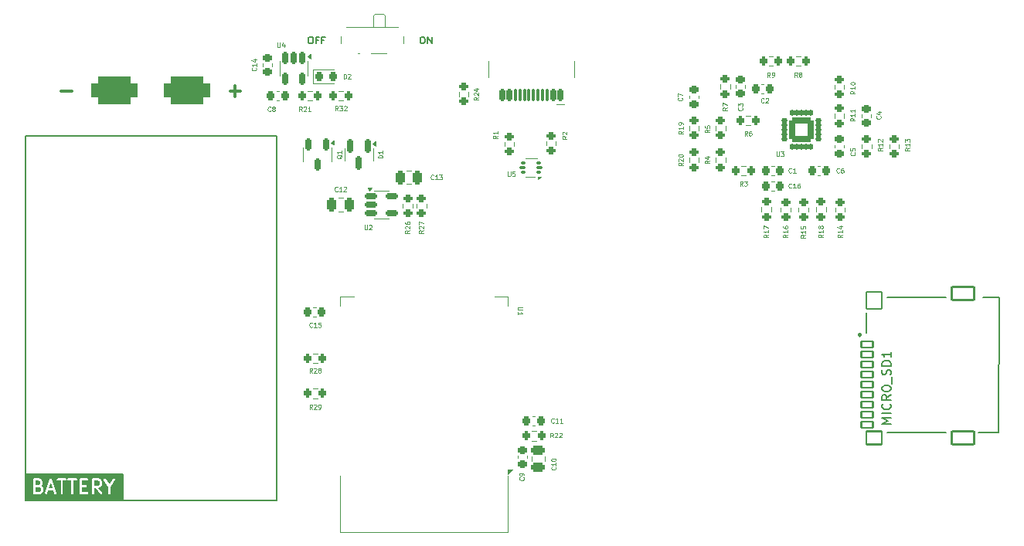
<source format=gto>
G04 #@! TF.GenerationSoftware,KiCad,Pcbnew,8.0.0*
G04 #@! TF.CreationDate,2024-04-04T13:49:03-04:00*
G04 #@! TF.ProjectId,ecg_board,6563675f-626f-4617-9264-2e6b69636164,rev?*
G04 #@! TF.SameCoordinates,Original*
G04 #@! TF.FileFunction,Legend,Top*
G04 #@! TF.FilePolarity,Positive*
%FSLAX46Y46*%
G04 Gerber Fmt 4.6, Leading zero omitted, Abs format (unit mm)*
G04 Created by KiCad (PCBNEW 8.0.0) date 2024-04-04 13:49:03*
%MOMM*%
%LPD*%
G01*
G04 APERTURE LIST*
G04 Aperture macros list*
%AMRoundRect*
0 Rectangle with rounded corners*
0 $1 Rounding radius*
0 $2 $3 $4 $5 $6 $7 $8 $9 X,Y pos of 4 corners*
0 Add a 4 corners polygon primitive as box body*
4,1,4,$2,$3,$4,$5,$6,$7,$8,$9,$2,$3,0*
0 Add four circle primitives for the rounded corners*
1,1,$1+$1,$2,$3*
1,1,$1+$1,$4,$5*
1,1,$1+$1,$6,$7*
1,1,$1+$1,$8,$9*
0 Add four rect primitives between the rounded corners*
20,1,$1+$1,$2,$3,$4,$5,0*
20,1,$1+$1,$4,$5,$6,$7,0*
20,1,$1+$1,$6,$7,$8,$9,0*
20,1,$1+$1,$8,$9,$2,$3,0*%
G04 Aperture macros list end*
%ADD10C,0.200000*%
%ADD11C,0.375000*%
%ADD12C,0.187500*%
%ADD13C,0.250000*%
%ADD14C,0.100000*%
%ADD15C,0.150000*%
%ADD16C,0.120000*%
%ADD17C,0.203200*%
%ADD18C,0.254000*%
%ADD19RoundRect,0.750000X-1.750000X-0.750000X1.750000X-0.750000X1.750000X0.750000X-1.750000X0.750000X0*%
%ADD20RoundRect,0.200000X0.275000X-0.200000X0.275000X0.200000X-0.275000X0.200000X-0.275000X-0.200000X0*%
%ADD21RoundRect,0.200000X0.200000X0.275000X-0.200000X0.275000X-0.200000X-0.275000X0.200000X-0.275000X0*%
%ADD22RoundRect,0.200000X-0.275000X0.200000X-0.275000X-0.200000X0.275000X-0.200000X0.275000X0.200000X0*%
%ADD23RoundRect,0.225000X-0.225000X-0.250000X0.225000X-0.250000X0.225000X0.250000X-0.225000X0.250000X0*%
%ADD24RoundRect,0.250000X0.250000X0.475000X-0.250000X0.475000X-0.250000X-0.475000X0.250000X-0.475000X0*%
%ADD25RoundRect,0.150000X-0.150000X0.587500X-0.150000X-0.587500X0.150000X-0.587500X0.150000X0.587500X0*%
%ADD26R,1.000000X0.800000*%
%ADD27C,0.900000*%
%ADD28R,0.700000X1.500000*%
%ADD29RoundRect,0.225000X-0.250000X0.225000X-0.250000X-0.225000X0.250000X-0.225000X0.250000X0.225000X0*%
%ADD30RoundRect,0.225000X0.225000X0.250000X-0.225000X0.250000X-0.225000X-0.250000X0.225000X-0.250000X0*%
%ADD31RoundRect,0.200000X-0.200000X-0.275000X0.200000X-0.275000X0.200000X0.275000X-0.200000X0.275000X0*%
%ADD32RoundRect,0.250000X-0.250000X-0.475000X0.250000X-0.475000X0.250000X0.475000X-0.250000X0.475000X0*%
%ADD33RoundRect,0.150000X-0.150000X0.512500X-0.150000X-0.512500X0.150000X-0.512500X0.150000X0.512500X0*%
%ADD34RoundRect,0.102000X-0.125000X-0.250000X0.125000X-0.250000X0.125000X0.250000X-0.125000X0.250000X0*%
%ADD35RoundRect,0.102000X0.250000X-0.125000X0.250000X0.125000X-0.250000X0.125000X-0.250000X-0.125000X0*%
%ADD36RoundRect,0.102000X0.125000X0.250000X-0.125000X0.250000X-0.125000X-0.250000X0.125000X-0.250000X0*%
%ADD37RoundRect,0.102000X-0.250000X0.125000X-0.250000X-0.125000X0.250000X-0.125000X0.250000X0.125000X0*%
%ADD38RoundRect,0.351520X1.000480X-1.000480X1.000480X1.000480X-1.000480X1.000480X-1.000480X-1.000480X0*%
%ADD39R,1.500000X0.900000*%
%ADD40R,0.900000X1.500000*%
%ADD41C,0.600000*%
%ADD42R,3.900000X3.900000*%
%ADD43RoundRect,0.225000X0.250000X-0.225000X0.250000X0.225000X-0.250000X0.225000X-0.250000X-0.225000X0*%
%ADD44RoundRect,0.150000X-0.512500X-0.150000X0.512500X-0.150000X0.512500X0.150000X-0.512500X0.150000X0*%
%ADD45RoundRect,0.218750X-0.218750X-0.256250X0.218750X-0.256250X0.218750X0.256250X-0.218750X0.256250X0*%
%ADD46RoundRect,0.250000X-0.475000X0.250000X-0.475000X-0.250000X0.475000X-0.250000X0.475000X0.250000X0*%
%ADD47RoundRect,0.093750X0.156250X0.093750X-0.156250X0.093750X-0.156250X-0.093750X0.156250X-0.093750X0*%
%ADD48RoundRect,0.075000X0.250000X0.075000X-0.250000X0.075000X-0.250000X-0.075000X0.250000X-0.075000X0*%
%ADD49RoundRect,0.102000X0.650000X0.350000X-0.650000X0.350000X-0.650000X-0.350000X0.650000X-0.350000X0*%
%ADD50C,0.999997*%
%ADD51RoundRect,0.102000X0.825500X0.723900X-0.825500X0.723900X-0.825500X-0.723900X0.825500X-0.723900X0*%
%ADD52RoundRect,0.102000X1.219200X0.723900X-1.219200X0.723900X-1.219200X-0.723900X1.219200X-0.723900X0*%
%ADD53RoundRect,0.102000X0.825500X0.927100X-0.825500X0.927100X-0.825500X-0.927100X0.825500X-0.927100X0*%
%ADD54C,0.650000*%
%ADD55RoundRect,0.150000X0.150000X0.500000X-0.150000X0.500000X-0.150000X-0.500000X0.150000X-0.500000X0*%
%ADD56RoundRect,0.075000X0.075000X0.575000X-0.075000X0.575000X-0.075000X-0.575000X0.075000X-0.575000X0*%
%ADD57O,1.000000X2.100000*%
%ADD58O,1.000000X1.600000*%
G04 APERTURE END LIST*
D10*
X94500000Y-71000000D02*
X122000000Y-71000000D01*
X122000000Y-111000000D01*
X94500000Y-111000000D01*
X94500000Y-71000000D01*
D11*
X116928571Y-66103000D02*
X118071429Y-66103000D01*
X117500000Y-66674428D02*
X117500000Y-65531571D01*
D12*
X125694783Y-60148464D02*
X125837640Y-60148464D01*
X125837640Y-60148464D02*
X125909069Y-60184178D01*
X125909069Y-60184178D02*
X125980497Y-60255607D01*
X125980497Y-60255607D02*
X126016212Y-60398464D01*
X126016212Y-60398464D02*
X126016212Y-60648464D01*
X126016212Y-60648464D02*
X125980497Y-60791321D01*
X125980497Y-60791321D02*
X125909069Y-60862750D01*
X125909069Y-60862750D02*
X125837640Y-60898464D01*
X125837640Y-60898464D02*
X125694783Y-60898464D01*
X125694783Y-60898464D02*
X125623355Y-60862750D01*
X125623355Y-60862750D02*
X125551926Y-60791321D01*
X125551926Y-60791321D02*
X125516212Y-60648464D01*
X125516212Y-60648464D02*
X125516212Y-60398464D01*
X125516212Y-60398464D02*
X125551926Y-60255607D01*
X125551926Y-60255607D02*
X125623355Y-60184178D01*
X125623355Y-60184178D02*
X125694783Y-60148464D01*
X126587640Y-60505607D02*
X126337640Y-60505607D01*
X126337640Y-60898464D02*
X126337640Y-60148464D01*
X126337640Y-60148464D02*
X126694783Y-60148464D01*
X127230497Y-60505607D02*
X126980497Y-60505607D01*
X126980497Y-60898464D02*
X126980497Y-60148464D01*
X126980497Y-60148464D02*
X127337640Y-60148464D01*
D11*
X98428571Y-66103000D02*
X99571429Y-66103000D01*
D13*
G36*
X96144894Y-109573312D02*
G01*
X96181371Y-109608417D01*
X96232407Y-109707246D01*
X96233973Y-109862806D01*
X96186500Y-109960932D01*
X96143939Y-110005156D01*
X96045420Y-110056032D01*
X95624805Y-110057728D01*
X95623958Y-109519646D01*
X95973625Y-109518044D01*
X96144894Y-109573312D01*
G37*
G36*
X96065719Y-108851571D02*
G01*
X96109943Y-108894134D01*
X96161096Y-108993186D01*
X96162308Y-109077582D01*
X96115072Y-109175216D01*
X96072509Y-109219442D01*
X95973963Y-109270333D01*
X95623567Y-109271938D01*
X95622832Y-108805365D01*
X95966954Y-108803789D01*
X96065719Y-108851571D01*
G37*
G36*
X102565716Y-108851570D02*
G01*
X102609943Y-108894134D01*
X102660978Y-108992960D01*
X102662544Y-109148520D01*
X102615071Y-109246646D01*
X102572510Y-109290870D01*
X102473991Y-109341746D01*
X102287689Y-109342497D01*
X102283004Y-109341671D01*
X102279115Y-109342532D01*
X102052251Y-109343447D01*
X102051403Y-108805432D01*
X102466889Y-108803757D01*
X102565716Y-108851570D01*
G37*
G36*
X97471125Y-109627915D02*
G01*
X97100429Y-109629120D01*
X97285054Y-109072472D01*
X97471125Y-109627915D01*
G37*
G36*
X104505922Y-110472595D02*
G01*
X95208333Y-110472595D01*
X95208333Y-108680928D01*
X95375000Y-108680928D01*
X95377402Y-110205314D01*
X95396066Y-110250374D01*
X95430554Y-110284862D01*
X95475614Y-110303526D01*
X95500000Y-110305928D01*
X96052061Y-110303702D01*
X96055795Y-110304947D01*
X96074582Y-110303611D01*
X96095815Y-110303526D01*
X96099963Y-110301807D01*
X96104445Y-110301489D01*
X96127330Y-110292732D01*
X96269351Y-110219389D01*
X96283732Y-110213433D01*
X96288561Y-110209469D01*
X96290925Y-110208249D01*
X96293088Y-110205754D01*
X96302674Y-110197888D01*
X96334043Y-110165294D01*
X96661697Y-110165294D01*
X96665154Y-110213943D01*
X96686966Y-110257568D01*
X96723812Y-110289523D01*
X96770081Y-110304946D01*
X96818730Y-110301489D01*
X96862355Y-110279677D01*
X96894310Y-110242831D01*
X96904300Y-110220456D01*
X97018192Y-109877065D01*
X97554005Y-109875323D01*
X97677120Y-110242832D01*
X97709075Y-110279677D01*
X97752700Y-110301489D01*
X97801349Y-110304946D01*
X97847619Y-110289523D01*
X97884464Y-110257568D01*
X97906276Y-110213944D01*
X97909733Y-110165294D01*
X97904300Y-110141400D01*
X97423216Y-108705314D01*
X97948831Y-108705314D01*
X97967495Y-108750374D01*
X98001983Y-108784862D01*
X98047043Y-108803526D01*
X98071429Y-108805928D01*
X98375195Y-108805100D01*
X98377402Y-110205314D01*
X98396066Y-110250374D01*
X98430554Y-110284862D01*
X98475614Y-110303526D01*
X98524386Y-110303526D01*
X98569446Y-110284862D01*
X98603934Y-110250374D01*
X98622598Y-110205314D01*
X98625000Y-110180928D01*
X98622831Y-108804425D01*
X98952958Y-108803526D01*
X98998018Y-108784862D01*
X99032506Y-108750374D01*
X99051170Y-108705314D01*
X99091688Y-108705314D01*
X99110352Y-108750374D01*
X99144840Y-108784862D01*
X99189900Y-108803526D01*
X99214286Y-108805928D01*
X99518052Y-108805100D01*
X99520259Y-110205314D01*
X99538923Y-110250374D01*
X99573411Y-110284862D01*
X99618471Y-110303526D01*
X99667243Y-110303526D01*
X99712303Y-110284862D01*
X99746791Y-110250374D01*
X99765455Y-110205314D01*
X99767857Y-110180928D01*
X99765688Y-108804425D01*
X100095815Y-108803526D01*
X100140875Y-108784862D01*
X100175363Y-108750374D01*
X100194027Y-108705314D01*
X100194027Y-108680928D01*
X100446428Y-108680928D01*
X100448830Y-110205314D01*
X100467494Y-110250374D01*
X100501982Y-110284862D01*
X100547042Y-110303526D01*
X100571428Y-110305928D01*
X101310100Y-110303526D01*
X101355160Y-110284862D01*
X101389648Y-110250374D01*
X101408312Y-110205314D01*
X101408312Y-110156542D01*
X101389648Y-110111482D01*
X101355160Y-110076994D01*
X101310100Y-110058330D01*
X101285714Y-110055928D01*
X100696234Y-110057844D01*
X100695386Y-109519646D01*
X101095814Y-109517812D01*
X101140874Y-109499148D01*
X101175362Y-109464660D01*
X101194026Y-109419600D01*
X101194026Y-109370828D01*
X101175362Y-109325768D01*
X101140874Y-109291280D01*
X101095814Y-109272616D01*
X101071428Y-109270214D01*
X100694995Y-109271938D01*
X100694260Y-108805528D01*
X101310100Y-108803526D01*
X101355160Y-108784862D01*
X101389648Y-108750374D01*
X101408312Y-108705314D01*
X101408312Y-108680928D01*
X101803571Y-108680928D01*
X101805973Y-110205314D01*
X101824637Y-110250374D01*
X101859125Y-110284862D01*
X101904185Y-110303526D01*
X101952957Y-110303526D01*
X101998017Y-110284862D01*
X102032505Y-110250374D01*
X102051169Y-110205314D01*
X102053571Y-110180928D01*
X102052641Y-109591141D01*
X102220018Y-109590467D01*
X102699262Y-110271211D01*
X102740393Y-110297423D01*
X102788424Y-110305899D01*
X102836041Y-110295349D01*
X102875997Y-110267380D01*
X102902209Y-110226249D01*
X102910685Y-110178218D01*
X102900135Y-110130600D01*
X102888118Y-110109245D01*
X102522040Y-109589249D01*
X102524386Y-109589240D01*
X102528534Y-109587521D01*
X102533016Y-109587203D01*
X102555901Y-109578446D01*
X102697922Y-109505103D01*
X102712303Y-109499147D01*
X102717132Y-109495183D01*
X102719496Y-109493963D01*
X102721659Y-109491468D01*
X102731245Y-109483602D01*
X102802515Y-109409548D01*
X102813035Y-109400424D01*
X102816322Y-109395201D01*
X102818219Y-109393231D01*
X102819480Y-109390184D01*
X102826090Y-109379686D01*
X102887714Y-109252307D01*
X102889648Y-109250374D01*
X102895588Y-109236032D01*
X102906275Y-109213943D01*
X102906593Y-109209463D01*
X102908312Y-109205314D01*
X102910714Y-109180928D01*
X102908744Y-108985241D01*
X102909733Y-108982276D01*
X102908546Y-108965588D01*
X102908312Y-108942256D01*
X102906593Y-108938106D01*
X102906275Y-108933627D01*
X102897518Y-108910741D01*
X102824178Y-108768723D01*
X102818219Y-108754338D01*
X102814254Y-108749506D01*
X102813035Y-108747146D01*
X102810543Y-108744984D01*
X102802674Y-108735396D01*
X102743180Y-108678139D01*
X103089317Y-108678139D01*
X103097763Y-108726174D01*
X103108828Y-108748037D01*
X103589391Y-109499033D01*
X103591688Y-110205314D01*
X103610352Y-110250374D01*
X103644840Y-110284862D01*
X103689900Y-110303526D01*
X103738672Y-110303526D01*
X103783732Y-110284862D01*
X103818220Y-110250374D01*
X103836884Y-110205314D01*
X103839286Y-110180928D01*
X103837092Y-109506337D01*
X104330809Y-108726175D01*
X104339255Y-108678139D01*
X104328674Y-108630527D01*
X104300679Y-108590589D01*
X104259532Y-108564405D01*
X104211497Y-108555959D01*
X104163885Y-108566540D01*
X104123947Y-108594535D01*
X104108828Y-108613819D01*
X103715093Y-109235991D01*
X103304625Y-108594535D01*
X103264687Y-108566539D01*
X103217075Y-108555959D01*
X103169040Y-108564405D01*
X103127893Y-108590589D01*
X103099897Y-108630527D01*
X103089317Y-108678139D01*
X102743180Y-108678139D01*
X102728612Y-108664119D01*
X102719496Y-108653608D01*
X102714276Y-108650322D01*
X102712303Y-108648423D01*
X102709251Y-108647159D01*
X102698759Y-108640554D01*
X102571379Y-108578927D01*
X102569446Y-108576994D01*
X102555107Y-108571054D01*
X102533016Y-108560367D01*
X102528534Y-108560048D01*
X102524386Y-108558330D01*
X102500000Y-108555928D01*
X101904185Y-108558330D01*
X101859125Y-108576994D01*
X101824637Y-108611482D01*
X101805973Y-108656542D01*
X101803571Y-108680928D01*
X101408312Y-108680928D01*
X101408312Y-108656542D01*
X101389648Y-108611482D01*
X101355160Y-108576994D01*
X101310100Y-108558330D01*
X101285714Y-108555928D01*
X100547042Y-108558330D01*
X100501982Y-108576994D01*
X100467494Y-108611482D01*
X100448830Y-108656542D01*
X100446428Y-108680928D01*
X100194027Y-108680928D01*
X100194027Y-108656542D01*
X100175363Y-108611482D01*
X100140875Y-108576994D01*
X100095815Y-108558330D01*
X100071429Y-108555928D01*
X99189900Y-108558330D01*
X99144840Y-108576994D01*
X99110352Y-108611482D01*
X99091688Y-108656542D01*
X99091688Y-108705314D01*
X99051170Y-108705314D01*
X99051170Y-108656542D01*
X99032506Y-108611482D01*
X98998018Y-108576994D01*
X98952958Y-108558330D01*
X98928572Y-108555928D01*
X98047043Y-108558330D01*
X98001983Y-108576994D01*
X97967495Y-108611482D01*
X97948831Y-108656542D01*
X97948831Y-108705314D01*
X97423216Y-108705314D01*
X97406892Y-108656584D01*
X97406276Y-108647912D01*
X97399339Y-108634039D01*
X97394310Y-108619025D01*
X97388459Y-108612279D01*
X97384464Y-108604288D01*
X97372622Y-108594018D01*
X97362355Y-108582179D01*
X97354366Y-108578184D01*
X97347619Y-108572333D01*
X97332749Y-108567376D01*
X97318730Y-108560367D01*
X97309820Y-108559733D01*
X97301349Y-108556910D01*
X97285715Y-108558020D01*
X97270081Y-108556910D01*
X97261609Y-108559733D01*
X97252700Y-108560367D01*
X97238679Y-108567377D01*
X97223812Y-108572333D01*
X97217065Y-108578183D01*
X97209075Y-108582179D01*
X97198805Y-108594020D01*
X97186966Y-108604288D01*
X97182971Y-108612276D01*
X97177120Y-108619024D01*
X97167130Y-108641399D01*
X96809841Y-109718632D01*
X96805974Y-109727971D01*
X96805974Y-109730294D01*
X96661697Y-110165294D01*
X96334043Y-110165294D01*
X96373944Y-110123834D01*
X96384464Y-110114710D01*
X96387751Y-110109487D01*
X96389648Y-110107517D01*
X96390909Y-110104470D01*
X96397519Y-110093972D01*
X96459143Y-109966593D01*
X96461077Y-109964660D01*
X96467017Y-109950318D01*
X96477704Y-109928229D01*
X96478022Y-109923749D01*
X96479741Y-109919600D01*
X96482143Y-109895214D01*
X96480173Y-109699527D01*
X96481162Y-109696562D01*
X96479975Y-109679874D01*
X96479741Y-109656542D01*
X96478022Y-109652392D01*
X96477704Y-109647913D01*
X96468947Y-109625027D01*
X96395604Y-109483005D01*
X96389648Y-109468625D01*
X96385684Y-109463795D01*
X96384464Y-109461432D01*
X96381969Y-109459268D01*
X96374103Y-109449683D01*
X96313910Y-109391753D01*
X96313035Y-109390002D01*
X96303486Y-109381721D01*
X96283732Y-109362709D01*
X96280242Y-109361263D01*
X96302521Y-109338114D01*
X96313035Y-109328996D01*
X96316320Y-109323776D01*
X96318219Y-109321804D01*
X96319482Y-109318753D01*
X96326089Y-109308259D01*
X96387716Y-109180878D01*
X96389649Y-109178946D01*
X96395585Y-109164613D01*
X96406276Y-109142517D01*
X96406594Y-109138034D01*
X96408313Y-109133886D01*
X96410715Y-109109500D01*
X96408922Y-108984708D01*
X96409734Y-108982275D01*
X96408673Y-108967354D01*
X96408313Y-108942256D01*
X96406594Y-108938107D01*
X96406276Y-108933625D01*
X96397518Y-108910740D01*
X96324177Y-108768721D01*
X96318219Y-108754338D01*
X96314254Y-108749506D01*
X96313035Y-108747146D01*
X96310543Y-108744984D01*
X96302674Y-108735396D01*
X96228618Y-108664125D01*
X96219497Y-108653608D01*
X96214274Y-108650320D01*
X96212304Y-108648424D01*
X96209256Y-108647161D01*
X96198760Y-108640554D01*
X96071379Y-108578927D01*
X96069446Y-108576994D01*
X96055108Y-108571055D01*
X96033016Y-108560367D01*
X96028534Y-108560048D01*
X96024386Y-108558330D01*
X96000000Y-108555928D01*
X95475614Y-108558330D01*
X95430554Y-108576994D01*
X95396066Y-108611482D01*
X95377402Y-108656542D01*
X95375000Y-108680928D01*
X95208333Y-108680928D01*
X95208333Y-108389261D01*
X104505922Y-108389261D01*
X104505922Y-110472595D01*
G37*
D12*
X137944783Y-60148464D02*
X138087640Y-60148464D01*
X138087640Y-60148464D02*
X138159069Y-60184178D01*
X138159069Y-60184178D02*
X138230497Y-60255607D01*
X138230497Y-60255607D02*
X138266212Y-60398464D01*
X138266212Y-60398464D02*
X138266212Y-60648464D01*
X138266212Y-60648464D02*
X138230497Y-60791321D01*
X138230497Y-60791321D02*
X138159069Y-60862750D01*
X138159069Y-60862750D02*
X138087640Y-60898464D01*
X138087640Y-60898464D02*
X137944783Y-60898464D01*
X137944783Y-60898464D02*
X137873355Y-60862750D01*
X137873355Y-60862750D02*
X137801926Y-60791321D01*
X137801926Y-60791321D02*
X137766212Y-60648464D01*
X137766212Y-60648464D02*
X137766212Y-60398464D01*
X137766212Y-60398464D02*
X137801926Y-60255607D01*
X137801926Y-60255607D02*
X137873355Y-60184178D01*
X137873355Y-60184178D02*
X137944783Y-60148464D01*
X138587640Y-60898464D02*
X138587640Y-60148464D01*
X138587640Y-60148464D02*
X139016211Y-60898464D01*
X139016211Y-60898464D02*
X139016211Y-60148464D01*
D14*
X179976109Y-81871428D02*
X179738014Y-82038094D01*
X179976109Y-82157142D02*
X179476109Y-82157142D01*
X179476109Y-82157142D02*
X179476109Y-81966666D01*
X179476109Y-81966666D02*
X179499919Y-81919047D01*
X179499919Y-81919047D02*
X179523728Y-81895237D01*
X179523728Y-81895237D02*
X179571347Y-81871428D01*
X179571347Y-81871428D02*
X179642776Y-81871428D01*
X179642776Y-81871428D02*
X179690395Y-81895237D01*
X179690395Y-81895237D02*
X179714204Y-81919047D01*
X179714204Y-81919047D02*
X179738014Y-81966666D01*
X179738014Y-81966666D02*
X179738014Y-82157142D01*
X179976109Y-81395237D02*
X179976109Y-81680951D01*
X179976109Y-81538094D02*
X179476109Y-81538094D01*
X179476109Y-81538094D02*
X179547538Y-81585713D01*
X179547538Y-81585713D02*
X179595157Y-81633332D01*
X179595157Y-81633332D02*
X179618966Y-81680951D01*
X179476109Y-80942857D02*
X179476109Y-81180952D01*
X179476109Y-81180952D02*
X179714204Y-81204761D01*
X179714204Y-81204761D02*
X179690395Y-81180952D01*
X179690395Y-81180952D02*
X179666585Y-81133333D01*
X179666585Y-81133333D02*
X179666585Y-81014285D01*
X179666585Y-81014285D02*
X179690395Y-80966666D01*
X179690395Y-80966666D02*
X179714204Y-80942857D01*
X179714204Y-80942857D02*
X179761823Y-80919047D01*
X179761823Y-80919047D02*
X179880871Y-80919047D01*
X179880871Y-80919047D02*
X179928490Y-80942857D01*
X179928490Y-80942857D02*
X179952300Y-80966666D01*
X179952300Y-80966666D02*
X179976109Y-81014285D01*
X179976109Y-81014285D02*
X179976109Y-81133333D01*
X179976109Y-81133333D02*
X179952300Y-81180952D01*
X179952300Y-81180952D02*
X179928490Y-81204761D01*
X173591666Y-70981109D02*
X173425000Y-70743014D01*
X173305952Y-70981109D02*
X173305952Y-70481109D01*
X173305952Y-70481109D02*
X173496428Y-70481109D01*
X173496428Y-70481109D02*
X173544047Y-70504919D01*
X173544047Y-70504919D02*
X173567857Y-70528728D01*
X173567857Y-70528728D02*
X173591666Y-70576347D01*
X173591666Y-70576347D02*
X173591666Y-70647776D01*
X173591666Y-70647776D02*
X173567857Y-70695395D01*
X173567857Y-70695395D02*
X173544047Y-70719204D01*
X173544047Y-70719204D02*
X173496428Y-70743014D01*
X173496428Y-70743014D02*
X173305952Y-70743014D01*
X174020238Y-70481109D02*
X173925000Y-70481109D01*
X173925000Y-70481109D02*
X173877381Y-70504919D01*
X173877381Y-70504919D02*
X173853571Y-70528728D01*
X173853571Y-70528728D02*
X173805952Y-70600157D01*
X173805952Y-70600157D02*
X173782143Y-70695395D01*
X173782143Y-70695395D02*
X173782143Y-70885871D01*
X173782143Y-70885871D02*
X173805952Y-70933490D01*
X173805952Y-70933490D02*
X173829762Y-70957300D01*
X173829762Y-70957300D02*
X173877381Y-70981109D01*
X173877381Y-70981109D02*
X173972619Y-70981109D01*
X173972619Y-70981109D02*
X174020238Y-70957300D01*
X174020238Y-70957300D02*
X174044047Y-70933490D01*
X174044047Y-70933490D02*
X174067857Y-70885871D01*
X174067857Y-70885871D02*
X174067857Y-70766823D01*
X174067857Y-70766823D02*
X174044047Y-70719204D01*
X174044047Y-70719204D02*
X174020238Y-70695395D01*
X174020238Y-70695395D02*
X173972619Y-70671585D01*
X173972619Y-70671585D02*
X173877381Y-70671585D01*
X173877381Y-70671585D02*
X173829762Y-70695395D01*
X173829762Y-70695395D02*
X173805952Y-70719204D01*
X173805952Y-70719204D02*
X173782143Y-70766823D01*
X171401109Y-67908333D02*
X171163014Y-68074999D01*
X171401109Y-68194047D02*
X170901109Y-68194047D01*
X170901109Y-68194047D02*
X170901109Y-68003571D01*
X170901109Y-68003571D02*
X170924919Y-67955952D01*
X170924919Y-67955952D02*
X170948728Y-67932142D01*
X170948728Y-67932142D02*
X170996347Y-67908333D01*
X170996347Y-67908333D02*
X171067776Y-67908333D01*
X171067776Y-67908333D02*
X171115395Y-67932142D01*
X171115395Y-67932142D02*
X171139204Y-67955952D01*
X171139204Y-67955952D02*
X171163014Y-68003571D01*
X171163014Y-68003571D02*
X171163014Y-68194047D01*
X170901109Y-67741666D02*
X170901109Y-67408333D01*
X170901109Y-67408333D02*
X171401109Y-67622618D01*
X183666666Y-75003490D02*
X183642857Y-75027300D01*
X183642857Y-75027300D02*
X183571428Y-75051109D01*
X183571428Y-75051109D02*
X183523809Y-75051109D01*
X183523809Y-75051109D02*
X183452381Y-75027300D01*
X183452381Y-75027300D02*
X183404762Y-74979680D01*
X183404762Y-74979680D02*
X183380952Y-74932061D01*
X183380952Y-74932061D02*
X183357143Y-74836823D01*
X183357143Y-74836823D02*
X183357143Y-74765395D01*
X183357143Y-74765395D02*
X183380952Y-74670157D01*
X183380952Y-74670157D02*
X183404762Y-74622538D01*
X183404762Y-74622538D02*
X183452381Y-74574919D01*
X183452381Y-74574919D02*
X183523809Y-74551109D01*
X183523809Y-74551109D02*
X183571428Y-74551109D01*
X183571428Y-74551109D02*
X183642857Y-74574919D01*
X183642857Y-74574919D02*
X183666666Y-74598728D01*
X184095238Y-74551109D02*
X184000000Y-74551109D01*
X184000000Y-74551109D02*
X183952381Y-74574919D01*
X183952381Y-74574919D02*
X183928571Y-74598728D01*
X183928571Y-74598728D02*
X183880952Y-74670157D01*
X183880952Y-74670157D02*
X183857143Y-74765395D01*
X183857143Y-74765395D02*
X183857143Y-74955871D01*
X183857143Y-74955871D02*
X183880952Y-75003490D01*
X183880952Y-75003490D02*
X183904762Y-75027300D01*
X183904762Y-75027300D02*
X183952381Y-75051109D01*
X183952381Y-75051109D02*
X184047619Y-75051109D01*
X184047619Y-75051109D02*
X184095238Y-75027300D01*
X184095238Y-75027300D02*
X184119047Y-75003490D01*
X184119047Y-75003490D02*
X184142857Y-74955871D01*
X184142857Y-74955871D02*
X184142857Y-74836823D01*
X184142857Y-74836823D02*
X184119047Y-74789204D01*
X184119047Y-74789204D02*
X184095238Y-74765395D01*
X184095238Y-74765395D02*
X184047619Y-74741585D01*
X184047619Y-74741585D02*
X183952381Y-74741585D01*
X183952381Y-74741585D02*
X183904762Y-74765395D01*
X183904762Y-74765395D02*
X183880952Y-74789204D01*
X183880952Y-74789204D02*
X183857143Y-74836823D01*
X185401109Y-66071428D02*
X185163014Y-66238094D01*
X185401109Y-66357142D02*
X184901109Y-66357142D01*
X184901109Y-66357142D02*
X184901109Y-66166666D01*
X184901109Y-66166666D02*
X184924919Y-66119047D01*
X184924919Y-66119047D02*
X184948728Y-66095237D01*
X184948728Y-66095237D02*
X184996347Y-66071428D01*
X184996347Y-66071428D02*
X185067776Y-66071428D01*
X185067776Y-66071428D02*
X185115395Y-66095237D01*
X185115395Y-66095237D02*
X185139204Y-66119047D01*
X185139204Y-66119047D02*
X185163014Y-66166666D01*
X185163014Y-66166666D02*
X185163014Y-66357142D01*
X185401109Y-65595237D02*
X185401109Y-65880951D01*
X185401109Y-65738094D02*
X184901109Y-65738094D01*
X184901109Y-65738094D02*
X184972538Y-65785713D01*
X184972538Y-65785713D02*
X185020157Y-65833332D01*
X185020157Y-65833332D02*
X185043966Y-65880951D01*
X184901109Y-65285714D02*
X184901109Y-65238095D01*
X184901109Y-65238095D02*
X184924919Y-65190476D01*
X184924919Y-65190476D02*
X184948728Y-65166666D01*
X184948728Y-65166666D02*
X184996347Y-65142857D01*
X184996347Y-65142857D02*
X185091585Y-65119047D01*
X185091585Y-65119047D02*
X185210633Y-65119047D01*
X185210633Y-65119047D02*
X185305871Y-65142857D01*
X185305871Y-65142857D02*
X185353490Y-65166666D01*
X185353490Y-65166666D02*
X185377300Y-65190476D01*
X185377300Y-65190476D02*
X185401109Y-65238095D01*
X185401109Y-65238095D02*
X185401109Y-65285714D01*
X185401109Y-65285714D02*
X185377300Y-65333333D01*
X185377300Y-65333333D02*
X185353490Y-65357142D01*
X185353490Y-65357142D02*
X185305871Y-65380952D01*
X185305871Y-65380952D02*
X185210633Y-65404761D01*
X185210633Y-65404761D02*
X185091585Y-65404761D01*
X185091585Y-65404761D02*
X184996347Y-65380952D01*
X184996347Y-65380952D02*
X184948728Y-65357142D01*
X184948728Y-65357142D02*
X184924919Y-65333333D01*
X184924919Y-65333333D02*
X184901109Y-65285714D01*
X181881109Y-81821428D02*
X181643014Y-81988094D01*
X181881109Y-82107142D02*
X181381109Y-82107142D01*
X181381109Y-82107142D02*
X181381109Y-81916666D01*
X181381109Y-81916666D02*
X181404919Y-81869047D01*
X181404919Y-81869047D02*
X181428728Y-81845237D01*
X181428728Y-81845237D02*
X181476347Y-81821428D01*
X181476347Y-81821428D02*
X181547776Y-81821428D01*
X181547776Y-81821428D02*
X181595395Y-81845237D01*
X181595395Y-81845237D02*
X181619204Y-81869047D01*
X181619204Y-81869047D02*
X181643014Y-81916666D01*
X181643014Y-81916666D02*
X181643014Y-82107142D01*
X181881109Y-81345237D02*
X181881109Y-81630951D01*
X181881109Y-81488094D02*
X181381109Y-81488094D01*
X181381109Y-81488094D02*
X181452538Y-81535713D01*
X181452538Y-81535713D02*
X181500157Y-81583332D01*
X181500157Y-81583332D02*
X181523966Y-81630951D01*
X181595395Y-81059523D02*
X181571585Y-81107142D01*
X181571585Y-81107142D02*
X181547776Y-81130952D01*
X181547776Y-81130952D02*
X181500157Y-81154761D01*
X181500157Y-81154761D02*
X181476347Y-81154761D01*
X181476347Y-81154761D02*
X181428728Y-81130952D01*
X181428728Y-81130952D02*
X181404919Y-81107142D01*
X181404919Y-81107142D02*
X181381109Y-81059523D01*
X181381109Y-81059523D02*
X181381109Y-80964285D01*
X181381109Y-80964285D02*
X181404919Y-80916666D01*
X181404919Y-80916666D02*
X181428728Y-80892857D01*
X181428728Y-80892857D02*
X181476347Y-80869047D01*
X181476347Y-80869047D02*
X181500157Y-80869047D01*
X181500157Y-80869047D02*
X181547776Y-80892857D01*
X181547776Y-80892857D02*
X181571585Y-80916666D01*
X181571585Y-80916666D02*
X181595395Y-80964285D01*
X181595395Y-80964285D02*
X181595395Y-81059523D01*
X181595395Y-81059523D02*
X181619204Y-81107142D01*
X181619204Y-81107142D02*
X181643014Y-81130952D01*
X181643014Y-81130952D02*
X181690633Y-81154761D01*
X181690633Y-81154761D02*
X181785871Y-81154761D01*
X181785871Y-81154761D02*
X181833490Y-81130952D01*
X181833490Y-81130952D02*
X181857300Y-81107142D01*
X181857300Y-81107142D02*
X181881109Y-81059523D01*
X181881109Y-81059523D02*
X181881109Y-80964285D01*
X181881109Y-80964285D02*
X181857300Y-80916666D01*
X181857300Y-80916666D02*
X181833490Y-80892857D01*
X181833490Y-80892857D02*
X181785871Y-80869047D01*
X181785871Y-80869047D02*
X181690633Y-80869047D01*
X181690633Y-80869047D02*
X181643014Y-80892857D01*
X181643014Y-80892857D02*
X181619204Y-80916666D01*
X181619204Y-80916666D02*
X181595395Y-80964285D01*
X139216071Y-75728490D02*
X139192262Y-75752300D01*
X139192262Y-75752300D02*
X139120833Y-75776109D01*
X139120833Y-75776109D02*
X139073214Y-75776109D01*
X139073214Y-75776109D02*
X139001786Y-75752300D01*
X139001786Y-75752300D02*
X138954167Y-75704680D01*
X138954167Y-75704680D02*
X138930357Y-75657061D01*
X138930357Y-75657061D02*
X138906548Y-75561823D01*
X138906548Y-75561823D02*
X138906548Y-75490395D01*
X138906548Y-75490395D02*
X138930357Y-75395157D01*
X138930357Y-75395157D02*
X138954167Y-75347538D01*
X138954167Y-75347538D02*
X139001786Y-75299919D01*
X139001786Y-75299919D02*
X139073214Y-75276109D01*
X139073214Y-75276109D02*
X139120833Y-75276109D01*
X139120833Y-75276109D02*
X139192262Y-75299919D01*
X139192262Y-75299919D02*
X139216071Y-75323728D01*
X139692262Y-75776109D02*
X139406548Y-75776109D01*
X139549405Y-75776109D02*
X139549405Y-75276109D01*
X139549405Y-75276109D02*
X139501786Y-75347538D01*
X139501786Y-75347538D02*
X139454167Y-75395157D01*
X139454167Y-75395157D02*
X139406548Y-75418966D01*
X139858928Y-75276109D02*
X140168452Y-75276109D01*
X140168452Y-75276109D02*
X140001785Y-75466585D01*
X140001785Y-75466585D02*
X140073214Y-75466585D01*
X140073214Y-75466585D02*
X140120833Y-75490395D01*
X140120833Y-75490395D02*
X140144642Y-75514204D01*
X140144642Y-75514204D02*
X140168452Y-75561823D01*
X140168452Y-75561823D02*
X140168452Y-75680871D01*
X140168452Y-75680871D02*
X140144642Y-75728490D01*
X140144642Y-75728490D02*
X140120833Y-75752300D01*
X140120833Y-75752300D02*
X140073214Y-75776109D01*
X140073214Y-75776109D02*
X139930357Y-75776109D01*
X139930357Y-75776109D02*
X139882738Y-75752300D01*
X139882738Y-75752300D02*
X139858928Y-75728490D01*
X133663609Y-73419047D02*
X133163609Y-73419047D01*
X133163609Y-73419047D02*
X133163609Y-73299999D01*
X133163609Y-73299999D02*
X133187419Y-73228571D01*
X133187419Y-73228571D02*
X133235038Y-73180952D01*
X133235038Y-73180952D02*
X133282657Y-73157142D01*
X133282657Y-73157142D02*
X133377895Y-73133333D01*
X133377895Y-73133333D02*
X133449323Y-73133333D01*
X133449323Y-73133333D02*
X133544561Y-73157142D01*
X133544561Y-73157142D02*
X133592180Y-73180952D01*
X133592180Y-73180952D02*
X133639800Y-73228571D01*
X133639800Y-73228571D02*
X133663609Y-73299999D01*
X133663609Y-73299999D02*
X133663609Y-73419047D01*
X133663609Y-72657142D02*
X133663609Y-72942856D01*
X133663609Y-72799999D02*
X133163609Y-72799999D01*
X133163609Y-72799999D02*
X133235038Y-72847618D01*
X133235038Y-72847618D02*
X133282657Y-72895237D01*
X133282657Y-72895237D02*
X133306466Y-72942856D01*
X191401109Y-72321428D02*
X191163014Y-72488094D01*
X191401109Y-72607142D02*
X190901109Y-72607142D01*
X190901109Y-72607142D02*
X190901109Y-72416666D01*
X190901109Y-72416666D02*
X190924919Y-72369047D01*
X190924919Y-72369047D02*
X190948728Y-72345237D01*
X190948728Y-72345237D02*
X190996347Y-72321428D01*
X190996347Y-72321428D02*
X191067776Y-72321428D01*
X191067776Y-72321428D02*
X191115395Y-72345237D01*
X191115395Y-72345237D02*
X191139204Y-72369047D01*
X191139204Y-72369047D02*
X191163014Y-72416666D01*
X191163014Y-72416666D02*
X191163014Y-72607142D01*
X191401109Y-71845237D02*
X191401109Y-72130951D01*
X191401109Y-71988094D02*
X190901109Y-71988094D01*
X190901109Y-71988094D02*
X190972538Y-72035713D01*
X190972538Y-72035713D02*
X191020157Y-72083332D01*
X191020157Y-72083332D02*
X191043966Y-72130951D01*
X190901109Y-71678571D02*
X190901109Y-71369047D01*
X190901109Y-71369047D02*
X191091585Y-71535714D01*
X191091585Y-71535714D02*
X191091585Y-71464285D01*
X191091585Y-71464285D02*
X191115395Y-71416666D01*
X191115395Y-71416666D02*
X191139204Y-71392857D01*
X191139204Y-71392857D02*
X191186823Y-71369047D01*
X191186823Y-71369047D02*
X191305871Y-71369047D01*
X191305871Y-71369047D02*
X191353490Y-71392857D01*
X191353490Y-71392857D02*
X191377300Y-71416666D01*
X191377300Y-71416666D02*
X191401109Y-71464285D01*
X191401109Y-71464285D02*
X191401109Y-71607142D01*
X191401109Y-71607142D02*
X191377300Y-71654761D01*
X191377300Y-71654761D02*
X191353490Y-71678571D01*
X173028490Y-67908333D02*
X173052300Y-67932142D01*
X173052300Y-67932142D02*
X173076109Y-68003571D01*
X173076109Y-68003571D02*
X173076109Y-68051190D01*
X173076109Y-68051190D02*
X173052300Y-68122618D01*
X173052300Y-68122618D02*
X173004680Y-68170237D01*
X173004680Y-68170237D02*
X172957061Y-68194047D01*
X172957061Y-68194047D02*
X172861823Y-68217856D01*
X172861823Y-68217856D02*
X172790395Y-68217856D01*
X172790395Y-68217856D02*
X172695157Y-68194047D01*
X172695157Y-68194047D02*
X172647538Y-68170237D01*
X172647538Y-68170237D02*
X172599919Y-68122618D01*
X172599919Y-68122618D02*
X172576109Y-68051190D01*
X172576109Y-68051190D02*
X172576109Y-68003571D01*
X172576109Y-68003571D02*
X172599919Y-67932142D01*
X172599919Y-67932142D02*
X172623728Y-67908333D01*
X172576109Y-67741666D02*
X172576109Y-67432142D01*
X172576109Y-67432142D02*
X172766585Y-67598809D01*
X172766585Y-67598809D02*
X172766585Y-67527380D01*
X172766585Y-67527380D02*
X172790395Y-67479761D01*
X172790395Y-67479761D02*
X172814204Y-67455952D01*
X172814204Y-67455952D02*
X172861823Y-67432142D01*
X172861823Y-67432142D02*
X172980871Y-67432142D01*
X172980871Y-67432142D02*
X173028490Y-67455952D01*
X173028490Y-67455952D02*
X173052300Y-67479761D01*
X173052300Y-67479761D02*
X173076109Y-67527380D01*
X173076109Y-67527380D02*
X173076109Y-67670237D01*
X173076109Y-67670237D02*
X173052300Y-67717856D01*
X173052300Y-67717856D02*
X173028490Y-67741666D01*
X144156109Y-66746428D02*
X143918014Y-66913094D01*
X144156109Y-67032142D02*
X143656109Y-67032142D01*
X143656109Y-67032142D02*
X143656109Y-66841666D01*
X143656109Y-66841666D02*
X143679919Y-66794047D01*
X143679919Y-66794047D02*
X143703728Y-66770237D01*
X143703728Y-66770237D02*
X143751347Y-66746428D01*
X143751347Y-66746428D02*
X143822776Y-66746428D01*
X143822776Y-66746428D02*
X143870395Y-66770237D01*
X143870395Y-66770237D02*
X143894204Y-66794047D01*
X143894204Y-66794047D02*
X143918014Y-66841666D01*
X143918014Y-66841666D02*
X143918014Y-67032142D01*
X143703728Y-66555951D02*
X143679919Y-66532142D01*
X143679919Y-66532142D02*
X143656109Y-66484523D01*
X143656109Y-66484523D02*
X143656109Y-66365475D01*
X143656109Y-66365475D02*
X143679919Y-66317856D01*
X143679919Y-66317856D02*
X143703728Y-66294047D01*
X143703728Y-66294047D02*
X143751347Y-66270237D01*
X143751347Y-66270237D02*
X143798966Y-66270237D01*
X143798966Y-66270237D02*
X143870395Y-66294047D01*
X143870395Y-66294047D02*
X144156109Y-66579761D01*
X144156109Y-66579761D02*
X144156109Y-66270237D01*
X143822776Y-65841666D02*
X144156109Y-65841666D01*
X143632300Y-65960714D02*
X143989442Y-66079761D01*
X143989442Y-66079761D02*
X143989442Y-65770238D01*
X173091666Y-76481109D02*
X172925000Y-76243014D01*
X172805952Y-76481109D02*
X172805952Y-75981109D01*
X172805952Y-75981109D02*
X172996428Y-75981109D01*
X172996428Y-75981109D02*
X173044047Y-76004919D01*
X173044047Y-76004919D02*
X173067857Y-76028728D01*
X173067857Y-76028728D02*
X173091666Y-76076347D01*
X173091666Y-76076347D02*
X173091666Y-76147776D01*
X173091666Y-76147776D02*
X173067857Y-76195395D01*
X173067857Y-76195395D02*
X173044047Y-76219204D01*
X173044047Y-76219204D02*
X172996428Y-76243014D01*
X172996428Y-76243014D02*
X172805952Y-76243014D01*
X173258333Y-75981109D02*
X173567857Y-75981109D01*
X173567857Y-75981109D02*
X173401190Y-76171585D01*
X173401190Y-76171585D02*
X173472619Y-76171585D01*
X173472619Y-76171585D02*
X173520238Y-76195395D01*
X173520238Y-76195395D02*
X173544047Y-76219204D01*
X173544047Y-76219204D02*
X173567857Y-76266823D01*
X173567857Y-76266823D02*
X173567857Y-76385871D01*
X173567857Y-76385871D02*
X173544047Y-76433490D01*
X173544047Y-76433490D02*
X173520238Y-76457300D01*
X173520238Y-76457300D02*
X173472619Y-76481109D01*
X173472619Y-76481109D02*
X173329762Y-76481109D01*
X173329762Y-76481109D02*
X173282143Y-76457300D01*
X173282143Y-76457300D02*
X173258333Y-76433490D01*
X175416666Y-67328490D02*
X175392857Y-67352300D01*
X175392857Y-67352300D02*
X175321428Y-67376109D01*
X175321428Y-67376109D02*
X175273809Y-67376109D01*
X175273809Y-67376109D02*
X175202381Y-67352300D01*
X175202381Y-67352300D02*
X175154762Y-67304680D01*
X175154762Y-67304680D02*
X175130952Y-67257061D01*
X175130952Y-67257061D02*
X175107143Y-67161823D01*
X175107143Y-67161823D02*
X175107143Y-67090395D01*
X175107143Y-67090395D02*
X175130952Y-66995157D01*
X175130952Y-66995157D02*
X175154762Y-66947538D01*
X175154762Y-66947538D02*
X175202381Y-66899919D01*
X175202381Y-66899919D02*
X175273809Y-66876109D01*
X175273809Y-66876109D02*
X175321428Y-66876109D01*
X175321428Y-66876109D02*
X175392857Y-66899919D01*
X175392857Y-66899919D02*
X175416666Y-66923728D01*
X175607143Y-66923728D02*
X175630952Y-66899919D01*
X175630952Y-66899919D02*
X175678571Y-66876109D01*
X175678571Y-66876109D02*
X175797619Y-66876109D01*
X175797619Y-66876109D02*
X175845238Y-66899919D01*
X175845238Y-66899919D02*
X175869047Y-66923728D01*
X175869047Y-66923728D02*
X175892857Y-66971347D01*
X175892857Y-66971347D02*
X175892857Y-67018966D01*
X175892857Y-67018966D02*
X175869047Y-67090395D01*
X175869047Y-67090395D02*
X175583333Y-67376109D01*
X175583333Y-67376109D02*
X175892857Y-67376109D01*
X178416666Y-75003490D02*
X178392857Y-75027300D01*
X178392857Y-75027300D02*
X178321428Y-75051109D01*
X178321428Y-75051109D02*
X178273809Y-75051109D01*
X178273809Y-75051109D02*
X178202381Y-75027300D01*
X178202381Y-75027300D02*
X178154762Y-74979680D01*
X178154762Y-74979680D02*
X178130952Y-74932061D01*
X178130952Y-74932061D02*
X178107143Y-74836823D01*
X178107143Y-74836823D02*
X178107143Y-74765395D01*
X178107143Y-74765395D02*
X178130952Y-74670157D01*
X178130952Y-74670157D02*
X178154762Y-74622538D01*
X178154762Y-74622538D02*
X178202381Y-74574919D01*
X178202381Y-74574919D02*
X178273809Y-74551109D01*
X178273809Y-74551109D02*
X178321428Y-74551109D01*
X178321428Y-74551109D02*
X178392857Y-74574919D01*
X178392857Y-74574919D02*
X178416666Y-74598728D01*
X178892857Y-75051109D02*
X178607143Y-75051109D01*
X178750000Y-75051109D02*
X178750000Y-74551109D01*
X178750000Y-74551109D02*
X178702381Y-74622538D01*
X178702381Y-74622538D02*
X178654762Y-74670157D01*
X178654762Y-74670157D02*
X178607143Y-74693966D01*
X136626109Y-81371428D02*
X136388014Y-81538094D01*
X136626109Y-81657142D02*
X136126109Y-81657142D01*
X136126109Y-81657142D02*
X136126109Y-81466666D01*
X136126109Y-81466666D02*
X136149919Y-81419047D01*
X136149919Y-81419047D02*
X136173728Y-81395237D01*
X136173728Y-81395237D02*
X136221347Y-81371428D01*
X136221347Y-81371428D02*
X136292776Y-81371428D01*
X136292776Y-81371428D02*
X136340395Y-81395237D01*
X136340395Y-81395237D02*
X136364204Y-81419047D01*
X136364204Y-81419047D02*
X136388014Y-81466666D01*
X136388014Y-81466666D02*
X136388014Y-81657142D01*
X136173728Y-81180951D02*
X136149919Y-81157142D01*
X136149919Y-81157142D02*
X136126109Y-81109523D01*
X136126109Y-81109523D02*
X136126109Y-80990475D01*
X136126109Y-80990475D02*
X136149919Y-80942856D01*
X136149919Y-80942856D02*
X136173728Y-80919047D01*
X136173728Y-80919047D02*
X136221347Y-80895237D01*
X136221347Y-80895237D02*
X136268966Y-80895237D01*
X136268966Y-80895237D02*
X136340395Y-80919047D01*
X136340395Y-80919047D02*
X136626109Y-81204761D01*
X136626109Y-81204761D02*
X136626109Y-80895237D01*
X136126109Y-80466666D02*
X136126109Y-80561904D01*
X136126109Y-80561904D02*
X136149919Y-80609523D01*
X136149919Y-80609523D02*
X136173728Y-80633333D01*
X136173728Y-80633333D02*
X136245157Y-80680952D01*
X136245157Y-80680952D02*
X136340395Y-80704761D01*
X136340395Y-80704761D02*
X136530871Y-80704761D01*
X136530871Y-80704761D02*
X136578490Y-80680952D01*
X136578490Y-80680952D02*
X136602300Y-80657142D01*
X136602300Y-80657142D02*
X136626109Y-80609523D01*
X136626109Y-80609523D02*
X136626109Y-80514285D01*
X136626109Y-80514285D02*
X136602300Y-80466666D01*
X136602300Y-80466666D02*
X136578490Y-80442857D01*
X136578490Y-80442857D02*
X136530871Y-80419047D01*
X136530871Y-80419047D02*
X136411823Y-80419047D01*
X136411823Y-80419047D02*
X136364204Y-80442857D01*
X136364204Y-80442857D02*
X136340395Y-80466666D01*
X136340395Y-80466666D02*
X136316585Y-80514285D01*
X136316585Y-80514285D02*
X136316585Y-80609523D01*
X136316585Y-80609523D02*
X136340395Y-80657142D01*
X136340395Y-80657142D02*
X136364204Y-80680952D01*
X136364204Y-80680952D02*
X136411823Y-80704761D01*
X179091666Y-64551109D02*
X178925000Y-64313014D01*
X178805952Y-64551109D02*
X178805952Y-64051109D01*
X178805952Y-64051109D02*
X178996428Y-64051109D01*
X178996428Y-64051109D02*
X179044047Y-64074919D01*
X179044047Y-64074919D02*
X179067857Y-64098728D01*
X179067857Y-64098728D02*
X179091666Y-64146347D01*
X179091666Y-64146347D02*
X179091666Y-64217776D01*
X179091666Y-64217776D02*
X179067857Y-64265395D01*
X179067857Y-64265395D02*
X179044047Y-64289204D01*
X179044047Y-64289204D02*
X178996428Y-64313014D01*
X178996428Y-64313014D02*
X178805952Y-64313014D01*
X179377381Y-64265395D02*
X179329762Y-64241585D01*
X179329762Y-64241585D02*
X179305952Y-64217776D01*
X179305952Y-64217776D02*
X179282143Y-64170157D01*
X179282143Y-64170157D02*
X179282143Y-64146347D01*
X179282143Y-64146347D02*
X179305952Y-64098728D01*
X179305952Y-64098728D02*
X179329762Y-64074919D01*
X179329762Y-64074919D02*
X179377381Y-64051109D01*
X179377381Y-64051109D02*
X179472619Y-64051109D01*
X179472619Y-64051109D02*
X179520238Y-64074919D01*
X179520238Y-64074919D02*
X179544047Y-64098728D01*
X179544047Y-64098728D02*
X179567857Y-64146347D01*
X179567857Y-64146347D02*
X179567857Y-64170157D01*
X179567857Y-64170157D02*
X179544047Y-64217776D01*
X179544047Y-64217776D02*
X179520238Y-64241585D01*
X179520238Y-64241585D02*
X179472619Y-64265395D01*
X179472619Y-64265395D02*
X179377381Y-64265395D01*
X179377381Y-64265395D02*
X179329762Y-64289204D01*
X179329762Y-64289204D02*
X179305952Y-64313014D01*
X179305952Y-64313014D02*
X179282143Y-64360633D01*
X179282143Y-64360633D02*
X179282143Y-64455871D01*
X179282143Y-64455871D02*
X179305952Y-64503490D01*
X179305952Y-64503490D02*
X179329762Y-64527300D01*
X179329762Y-64527300D02*
X179377381Y-64551109D01*
X179377381Y-64551109D02*
X179472619Y-64551109D01*
X179472619Y-64551109D02*
X179520238Y-64527300D01*
X179520238Y-64527300D02*
X179544047Y-64503490D01*
X179544047Y-64503490D02*
X179567857Y-64455871D01*
X179567857Y-64455871D02*
X179567857Y-64360633D01*
X179567857Y-64360633D02*
X179544047Y-64313014D01*
X179544047Y-64313014D02*
X179520238Y-64289204D01*
X179520238Y-64289204D02*
X179472619Y-64265395D01*
X128716071Y-77048490D02*
X128692262Y-77072300D01*
X128692262Y-77072300D02*
X128620833Y-77096109D01*
X128620833Y-77096109D02*
X128573214Y-77096109D01*
X128573214Y-77096109D02*
X128501786Y-77072300D01*
X128501786Y-77072300D02*
X128454167Y-77024680D01*
X128454167Y-77024680D02*
X128430357Y-76977061D01*
X128430357Y-76977061D02*
X128406548Y-76881823D01*
X128406548Y-76881823D02*
X128406548Y-76810395D01*
X128406548Y-76810395D02*
X128430357Y-76715157D01*
X128430357Y-76715157D02*
X128454167Y-76667538D01*
X128454167Y-76667538D02*
X128501786Y-76619919D01*
X128501786Y-76619919D02*
X128573214Y-76596109D01*
X128573214Y-76596109D02*
X128620833Y-76596109D01*
X128620833Y-76596109D02*
X128692262Y-76619919D01*
X128692262Y-76619919D02*
X128716071Y-76643728D01*
X129192262Y-77096109D02*
X128906548Y-77096109D01*
X129049405Y-77096109D02*
X129049405Y-76596109D01*
X129049405Y-76596109D02*
X129001786Y-76667538D01*
X129001786Y-76667538D02*
X128954167Y-76715157D01*
X128954167Y-76715157D02*
X128906548Y-76738966D01*
X129382738Y-76643728D02*
X129406547Y-76619919D01*
X129406547Y-76619919D02*
X129454166Y-76596109D01*
X129454166Y-76596109D02*
X129573214Y-76596109D01*
X129573214Y-76596109D02*
X129620833Y-76619919D01*
X129620833Y-76619919D02*
X129644642Y-76643728D01*
X129644642Y-76643728D02*
X129668452Y-76691347D01*
X129668452Y-76691347D02*
X129668452Y-76738966D01*
X129668452Y-76738966D02*
X129644642Y-76810395D01*
X129644642Y-76810395D02*
X129358928Y-77096109D01*
X129358928Y-77096109D02*
X129668452Y-77096109D01*
X178428571Y-76678490D02*
X178404762Y-76702300D01*
X178404762Y-76702300D02*
X178333333Y-76726109D01*
X178333333Y-76726109D02*
X178285714Y-76726109D01*
X178285714Y-76726109D02*
X178214286Y-76702300D01*
X178214286Y-76702300D02*
X178166667Y-76654680D01*
X178166667Y-76654680D02*
X178142857Y-76607061D01*
X178142857Y-76607061D02*
X178119048Y-76511823D01*
X178119048Y-76511823D02*
X178119048Y-76440395D01*
X178119048Y-76440395D02*
X178142857Y-76345157D01*
X178142857Y-76345157D02*
X178166667Y-76297538D01*
X178166667Y-76297538D02*
X178214286Y-76249919D01*
X178214286Y-76249919D02*
X178285714Y-76226109D01*
X178285714Y-76226109D02*
X178333333Y-76226109D01*
X178333333Y-76226109D02*
X178404762Y-76249919D01*
X178404762Y-76249919D02*
X178428571Y-76273728D01*
X178904762Y-76726109D02*
X178619048Y-76726109D01*
X178761905Y-76726109D02*
X178761905Y-76226109D01*
X178761905Y-76226109D02*
X178714286Y-76297538D01*
X178714286Y-76297538D02*
X178666667Y-76345157D01*
X178666667Y-76345157D02*
X178619048Y-76368966D01*
X179333333Y-76226109D02*
X179238095Y-76226109D01*
X179238095Y-76226109D02*
X179190476Y-76249919D01*
X179190476Y-76249919D02*
X179166666Y-76273728D01*
X179166666Y-76273728D02*
X179119047Y-76345157D01*
X179119047Y-76345157D02*
X179095238Y-76440395D01*
X179095238Y-76440395D02*
X179095238Y-76630871D01*
X179095238Y-76630871D02*
X179119047Y-76678490D01*
X179119047Y-76678490D02*
X179142857Y-76702300D01*
X179142857Y-76702300D02*
X179190476Y-76726109D01*
X179190476Y-76726109D02*
X179285714Y-76726109D01*
X179285714Y-76726109D02*
X179333333Y-76702300D01*
X179333333Y-76702300D02*
X179357142Y-76678490D01*
X179357142Y-76678490D02*
X179380952Y-76630871D01*
X179380952Y-76630871D02*
X179380952Y-76511823D01*
X179380952Y-76511823D02*
X179357142Y-76464204D01*
X179357142Y-76464204D02*
X179333333Y-76440395D01*
X179333333Y-76440395D02*
X179285714Y-76416585D01*
X179285714Y-76416585D02*
X179190476Y-76416585D01*
X179190476Y-76416585D02*
X179142857Y-76440395D01*
X179142857Y-76440395D02*
X179119047Y-76464204D01*
X179119047Y-76464204D02*
X179095238Y-76511823D01*
X149088490Y-108453333D02*
X149112300Y-108477142D01*
X149112300Y-108477142D02*
X149136109Y-108548571D01*
X149136109Y-108548571D02*
X149136109Y-108596190D01*
X149136109Y-108596190D02*
X149112300Y-108667618D01*
X149112300Y-108667618D02*
X149064680Y-108715237D01*
X149064680Y-108715237D02*
X149017061Y-108739047D01*
X149017061Y-108739047D02*
X148921823Y-108762856D01*
X148921823Y-108762856D02*
X148850395Y-108762856D01*
X148850395Y-108762856D02*
X148755157Y-108739047D01*
X148755157Y-108739047D02*
X148707538Y-108715237D01*
X148707538Y-108715237D02*
X148659919Y-108667618D01*
X148659919Y-108667618D02*
X148636109Y-108596190D01*
X148636109Y-108596190D02*
X148636109Y-108548571D01*
X148636109Y-108548571D02*
X148659919Y-108477142D01*
X148659919Y-108477142D02*
X148683728Y-108453333D01*
X149136109Y-108215237D02*
X149136109Y-108119999D01*
X149136109Y-108119999D02*
X149112300Y-108072380D01*
X149112300Y-108072380D02*
X149088490Y-108048571D01*
X149088490Y-108048571D02*
X149017061Y-108000952D01*
X149017061Y-108000952D02*
X148921823Y-107977142D01*
X148921823Y-107977142D02*
X148731347Y-107977142D01*
X148731347Y-107977142D02*
X148683728Y-108000952D01*
X148683728Y-108000952D02*
X148659919Y-108024761D01*
X148659919Y-108024761D02*
X148636109Y-108072380D01*
X148636109Y-108072380D02*
X148636109Y-108167618D01*
X148636109Y-108167618D02*
X148659919Y-108215237D01*
X148659919Y-108215237D02*
X148683728Y-108239047D01*
X148683728Y-108239047D02*
X148731347Y-108262856D01*
X148731347Y-108262856D02*
X148850395Y-108262856D01*
X148850395Y-108262856D02*
X148898014Y-108239047D01*
X148898014Y-108239047D02*
X148921823Y-108215237D01*
X148921823Y-108215237D02*
X148945633Y-108167618D01*
X148945633Y-108167618D02*
X148945633Y-108072380D01*
X148945633Y-108072380D02*
X148921823Y-108024761D01*
X148921823Y-108024761D02*
X148898014Y-108000952D01*
X148898014Y-108000952D02*
X148850395Y-107977142D01*
X129161228Y-73097619D02*
X129137419Y-73145238D01*
X129137419Y-73145238D02*
X129089800Y-73192857D01*
X129089800Y-73192857D02*
X129018371Y-73264285D01*
X129018371Y-73264285D02*
X128994561Y-73311904D01*
X128994561Y-73311904D02*
X128994561Y-73359523D01*
X129113609Y-73335714D02*
X129089800Y-73383333D01*
X129089800Y-73383333D02*
X129042180Y-73430952D01*
X129042180Y-73430952D02*
X128946942Y-73454761D01*
X128946942Y-73454761D02*
X128780276Y-73454761D01*
X128780276Y-73454761D02*
X128685038Y-73430952D01*
X128685038Y-73430952D02*
X128637419Y-73383333D01*
X128637419Y-73383333D02*
X128613609Y-73335714D01*
X128613609Y-73335714D02*
X128613609Y-73240476D01*
X128613609Y-73240476D02*
X128637419Y-73192857D01*
X128637419Y-73192857D02*
X128685038Y-73145238D01*
X128685038Y-73145238D02*
X128780276Y-73121428D01*
X128780276Y-73121428D02*
X128946942Y-73121428D01*
X128946942Y-73121428D02*
X129042180Y-73145238D01*
X129042180Y-73145238D02*
X129089800Y-73192857D01*
X129089800Y-73192857D02*
X129113609Y-73240476D01*
X129113609Y-73240476D02*
X129113609Y-73335714D01*
X129113609Y-72645237D02*
X129113609Y-72930951D01*
X129113609Y-72788094D02*
X128613609Y-72788094D01*
X128613609Y-72788094D02*
X128685038Y-72835713D01*
X128685038Y-72835713D02*
X128732657Y-72883332D01*
X128732657Y-72883332D02*
X128756466Y-72930951D01*
X125928571Y-100976109D02*
X125761905Y-100738014D01*
X125642857Y-100976109D02*
X125642857Y-100476109D01*
X125642857Y-100476109D02*
X125833333Y-100476109D01*
X125833333Y-100476109D02*
X125880952Y-100499919D01*
X125880952Y-100499919D02*
X125904762Y-100523728D01*
X125904762Y-100523728D02*
X125928571Y-100571347D01*
X125928571Y-100571347D02*
X125928571Y-100642776D01*
X125928571Y-100642776D02*
X125904762Y-100690395D01*
X125904762Y-100690395D02*
X125880952Y-100714204D01*
X125880952Y-100714204D02*
X125833333Y-100738014D01*
X125833333Y-100738014D02*
X125642857Y-100738014D01*
X126119048Y-100523728D02*
X126142857Y-100499919D01*
X126142857Y-100499919D02*
X126190476Y-100476109D01*
X126190476Y-100476109D02*
X126309524Y-100476109D01*
X126309524Y-100476109D02*
X126357143Y-100499919D01*
X126357143Y-100499919D02*
X126380952Y-100523728D01*
X126380952Y-100523728D02*
X126404762Y-100571347D01*
X126404762Y-100571347D02*
X126404762Y-100618966D01*
X126404762Y-100618966D02*
X126380952Y-100690395D01*
X126380952Y-100690395D02*
X126095238Y-100976109D01*
X126095238Y-100976109D02*
X126404762Y-100976109D01*
X126642857Y-100976109D02*
X126738095Y-100976109D01*
X126738095Y-100976109D02*
X126785714Y-100952300D01*
X126785714Y-100952300D02*
X126809523Y-100928490D01*
X126809523Y-100928490D02*
X126857142Y-100857061D01*
X126857142Y-100857061D02*
X126880952Y-100761823D01*
X126880952Y-100761823D02*
X126880952Y-100571347D01*
X126880952Y-100571347D02*
X126857142Y-100523728D01*
X126857142Y-100523728D02*
X126833333Y-100499919D01*
X126833333Y-100499919D02*
X126785714Y-100476109D01*
X126785714Y-100476109D02*
X126690476Y-100476109D01*
X126690476Y-100476109D02*
X126642857Y-100499919D01*
X126642857Y-100499919D02*
X126619047Y-100523728D01*
X126619047Y-100523728D02*
X126595238Y-100571347D01*
X126595238Y-100571347D02*
X126595238Y-100690395D01*
X126595238Y-100690395D02*
X126619047Y-100738014D01*
X126619047Y-100738014D02*
X126642857Y-100761823D01*
X126642857Y-100761823D02*
X126690476Y-100785633D01*
X126690476Y-100785633D02*
X126785714Y-100785633D01*
X126785714Y-100785633D02*
X126833333Y-100761823D01*
X126833333Y-100761823D02*
X126857142Y-100738014D01*
X126857142Y-100738014D02*
X126880952Y-100690395D01*
X166546109Y-73971428D02*
X166308014Y-74138094D01*
X166546109Y-74257142D02*
X166046109Y-74257142D01*
X166046109Y-74257142D02*
X166046109Y-74066666D01*
X166046109Y-74066666D02*
X166069919Y-74019047D01*
X166069919Y-74019047D02*
X166093728Y-73995237D01*
X166093728Y-73995237D02*
X166141347Y-73971428D01*
X166141347Y-73971428D02*
X166212776Y-73971428D01*
X166212776Y-73971428D02*
X166260395Y-73995237D01*
X166260395Y-73995237D02*
X166284204Y-74019047D01*
X166284204Y-74019047D02*
X166308014Y-74066666D01*
X166308014Y-74066666D02*
X166308014Y-74257142D01*
X166093728Y-73780951D02*
X166069919Y-73757142D01*
X166069919Y-73757142D02*
X166046109Y-73709523D01*
X166046109Y-73709523D02*
X166046109Y-73590475D01*
X166046109Y-73590475D02*
X166069919Y-73542856D01*
X166069919Y-73542856D02*
X166093728Y-73519047D01*
X166093728Y-73519047D02*
X166141347Y-73495237D01*
X166141347Y-73495237D02*
X166188966Y-73495237D01*
X166188966Y-73495237D02*
X166260395Y-73519047D01*
X166260395Y-73519047D02*
X166546109Y-73804761D01*
X166546109Y-73804761D02*
X166546109Y-73495237D01*
X166046109Y-73185714D02*
X166046109Y-73138095D01*
X166046109Y-73138095D02*
X166069919Y-73090476D01*
X166069919Y-73090476D02*
X166093728Y-73066666D01*
X166093728Y-73066666D02*
X166141347Y-73042857D01*
X166141347Y-73042857D02*
X166236585Y-73019047D01*
X166236585Y-73019047D02*
X166355633Y-73019047D01*
X166355633Y-73019047D02*
X166450871Y-73042857D01*
X166450871Y-73042857D02*
X166498490Y-73066666D01*
X166498490Y-73066666D02*
X166522300Y-73090476D01*
X166522300Y-73090476D02*
X166546109Y-73138095D01*
X166546109Y-73138095D02*
X166546109Y-73185714D01*
X166546109Y-73185714D02*
X166522300Y-73233333D01*
X166522300Y-73233333D02*
X166498490Y-73257142D01*
X166498490Y-73257142D02*
X166450871Y-73280952D01*
X166450871Y-73280952D02*
X166355633Y-73304761D01*
X166355633Y-73304761D02*
X166236585Y-73304761D01*
X166236585Y-73304761D02*
X166141347Y-73280952D01*
X166141347Y-73280952D02*
X166093728Y-73257142D01*
X166093728Y-73257142D02*
X166069919Y-73233333D01*
X166069919Y-73233333D02*
X166046109Y-73185714D01*
X128753571Y-68243609D02*
X128586905Y-68005514D01*
X128467857Y-68243609D02*
X128467857Y-67743609D01*
X128467857Y-67743609D02*
X128658333Y-67743609D01*
X128658333Y-67743609D02*
X128705952Y-67767419D01*
X128705952Y-67767419D02*
X128729762Y-67791228D01*
X128729762Y-67791228D02*
X128753571Y-67838847D01*
X128753571Y-67838847D02*
X128753571Y-67910276D01*
X128753571Y-67910276D02*
X128729762Y-67957895D01*
X128729762Y-67957895D02*
X128705952Y-67981704D01*
X128705952Y-67981704D02*
X128658333Y-68005514D01*
X128658333Y-68005514D02*
X128467857Y-68005514D01*
X128920238Y-67743609D02*
X129229762Y-67743609D01*
X129229762Y-67743609D02*
X129063095Y-67934085D01*
X129063095Y-67934085D02*
X129134524Y-67934085D01*
X129134524Y-67934085D02*
X129182143Y-67957895D01*
X129182143Y-67957895D02*
X129205952Y-67981704D01*
X129205952Y-67981704D02*
X129229762Y-68029323D01*
X129229762Y-68029323D02*
X129229762Y-68148371D01*
X129229762Y-68148371D02*
X129205952Y-68195990D01*
X129205952Y-68195990D02*
X129182143Y-68219800D01*
X129182143Y-68219800D02*
X129134524Y-68243609D01*
X129134524Y-68243609D02*
X128991667Y-68243609D01*
X128991667Y-68243609D02*
X128944048Y-68219800D01*
X128944048Y-68219800D02*
X128920238Y-68195990D01*
X129420238Y-67791228D02*
X129444047Y-67767419D01*
X129444047Y-67767419D02*
X129491666Y-67743609D01*
X129491666Y-67743609D02*
X129610714Y-67743609D01*
X129610714Y-67743609D02*
X129658333Y-67767419D01*
X129658333Y-67767419D02*
X129682142Y-67791228D01*
X129682142Y-67791228D02*
X129705952Y-67838847D01*
X129705952Y-67838847D02*
X129705952Y-67886466D01*
X129705952Y-67886466D02*
X129682142Y-67957895D01*
X129682142Y-67957895D02*
X129396428Y-68243609D01*
X129396428Y-68243609D02*
X129705952Y-68243609D01*
X178026109Y-81821428D02*
X177788014Y-81988094D01*
X178026109Y-82107142D02*
X177526109Y-82107142D01*
X177526109Y-82107142D02*
X177526109Y-81916666D01*
X177526109Y-81916666D02*
X177549919Y-81869047D01*
X177549919Y-81869047D02*
X177573728Y-81845237D01*
X177573728Y-81845237D02*
X177621347Y-81821428D01*
X177621347Y-81821428D02*
X177692776Y-81821428D01*
X177692776Y-81821428D02*
X177740395Y-81845237D01*
X177740395Y-81845237D02*
X177764204Y-81869047D01*
X177764204Y-81869047D02*
X177788014Y-81916666D01*
X177788014Y-81916666D02*
X177788014Y-82107142D01*
X178026109Y-81345237D02*
X178026109Y-81630951D01*
X178026109Y-81488094D02*
X177526109Y-81488094D01*
X177526109Y-81488094D02*
X177597538Y-81535713D01*
X177597538Y-81535713D02*
X177645157Y-81583332D01*
X177645157Y-81583332D02*
X177668966Y-81630951D01*
X177526109Y-80916666D02*
X177526109Y-81011904D01*
X177526109Y-81011904D02*
X177549919Y-81059523D01*
X177549919Y-81059523D02*
X177573728Y-81083333D01*
X177573728Y-81083333D02*
X177645157Y-81130952D01*
X177645157Y-81130952D02*
X177740395Y-81154761D01*
X177740395Y-81154761D02*
X177930871Y-81154761D01*
X177930871Y-81154761D02*
X177978490Y-81130952D01*
X177978490Y-81130952D02*
X178002300Y-81107142D01*
X178002300Y-81107142D02*
X178026109Y-81059523D01*
X178026109Y-81059523D02*
X178026109Y-80964285D01*
X178026109Y-80964285D02*
X178002300Y-80916666D01*
X178002300Y-80916666D02*
X177978490Y-80892857D01*
X177978490Y-80892857D02*
X177930871Y-80869047D01*
X177930871Y-80869047D02*
X177811823Y-80869047D01*
X177811823Y-80869047D02*
X177764204Y-80892857D01*
X177764204Y-80892857D02*
X177740395Y-80916666D01*
X177740395Y-80916666D02*
X177716585Y-80964285D01*
X177716585Y-80964285D02*
X177716585Y-81059523D01*
X177716585Y-81059523D02*
X177740395Y-81107142D01*
X177740395Y-81107142D02*
X177764204Y-81130952D01*
X177764204Y-81130952D02*
X177811823Y-81154761D01*
X169471109Y-73733333D02*
X169233014Y-73899999D01*
X169471109Y-74019047D02*
X168971109Y-74019047D01*
X168971109Y-74019047D02*
X168971109Y-73828571D01*
X168971109Y-73828571D02*
X168994919Y-73780952D01*
X168994919Y-73780952D02*
X169018728Y-73757142D01*
X169018728Y-73757142D02*
X169066347Y-73733333D01*
X169066347Y-73733333D02*
X169137776Y-73733333D01*
X169137776Y-73733333D02*
X169185395Y-73757142D01*
X169185395Y-73757142D02*
X169209204Y-73780952D01*
X169209204Y-73780952D02*
X169233014Y-73828571D01*
X169233014Y-73828571D02*
X169233014Y-74019047D01*
X169137776Y-73304761D02*
X169471109Y-73304761D01*
X168947300Y-73423809D02*
X169304442Y-73542856D01*
X169304442Y-73542856D02*
X169304442Y-73233333D01*
X153826109Y-71033333D02*
X153588014Y-71199999D01*
X153826109Y-71319047D02*
X153326109Y-71319047D01*
X153326109Y-71319047D02*
X153326109Y-71128571D01*
X153326109Y-71128571D02*
X153349919Y-71080952D01*
X153349919Y-71080952D02*
X153373728Y-71057142D01*
X153373728Y-71057142D02*
X153421347Y-71033333D01*
X153421347Y-71033333D02*
X153492776Y-71033333D01*
X153492776Y-71033333D02*
X153540395Y-71057142D01*
X153540395Y-71057142D02*
X153564204Y-71080952D01*
X153564204Y-71080952D02*
X153588014Y-71128571D01*
X153588014Y-71128571D02*
X153588014Y-71319047D01*
X153373728Y-70842856D02*
X153349919Y-70819047D01*
X153349919Y-70819047D02*
X153326109Y-70771428D01*
X153326109Y-70771428D02*
X153326109Y-70652380D01*
X153326109Y-70652380D02*
X153349919Y-70604761D01*
X153349919Y-70604761D02*
X153373728Y-70580952D01*
X153373728Y-70580952D02*
X153421347Y-70557142D01*
X153421347Y-70557142D02*
X153468966Y-70557142D01*
X153468966Y-70557142D02*
X153540395Y-70580952D01*
X153540395Y-70580952D02*
X153826109Y-70866666D01*
X153826109Y-70866666D02*
X153826109Y-70557142D01*
X169476109Y-70333333D02*
X169238014Y-70499999D01*
X169476109Y-70619047D02*
X168976109Y-70619047D01*
X168976109Y-70619047D02*
X168976109Y-70428571D01*
X168976109Y-70428571D02*
X168999919Y-70380952D01*
X168999919Y-70380952D02*
X169023728Y-70357142D01*
X169023728Y-70357142D02*
X169071347Y-70333333D01*
X169071347Y-70333333D02*
X169142776Y-70333333D01*
X169142776Y-70333333D02*
X169190395Y-70357142D01*
X169190395Y-70357142D02*
X169214204Y-70380952D01*
X169214204Y-70380952D02*
X169238014Y-70428571D01*
X169238014Y-70428571D02*
X169238014Y-70619047D01*
X168976109Y-69880952D02*
X168976109Y-70119047D01*
X168976109Y-70119047D02*
X169214204Y-70142856D01*
X169214204Y-70142856D02*
X169190395Y-70119047D01*
X169190395Y-70119047D02*
X169166585Y-70071428D01*
X169166585Y-70071428D02*
X169166585Y-69952380D01*
X169166585Y-69952380D02*
X169190395Y-69904761D01*
X169190395Y-69904761D02*
X169214204Y-69880952D01*
X169214204Y-69880952D02*
X169261823Y-69857142D01*
X169261823Y-69857142D02*
X169380871Y-69857142D01*
X169380871Y-69857142D02*
X169428490Y-69880952D01*
X169428490Y-69880952D02*
X169452300Y-69904761D01*
X169452300Y-69904761D02*
X169476109Y-69952380D01*
X169476109Y-69952380D02*
X169476109Y-70071428D01*
X169476109Y-70071428D02*
X169452300Y-70119047D01*
X169452300Y-70119047D02*
X169428490Y-70142856D01*
X176794047Y-72726109D02*
X176794047Y-73130871D01*
X176794047Y-73130871D02*
X176817857Y-73178490D01*
X176817857Y-73178490D02*
X176841666Y-73202300D01*
X176841666Y-73202300D02*
X176889285Y-73226109D01*
X176889285Y-73226109D02*
X176984523Y-73226109D01*
X176984523Y-73226109D02*
X177032142Y-73202300D01*
X177032142Y-73202300D02*
X177055952Y-73178490D01*
X177055952Y-73178490D02*
X177079761Y-73130871D01*
X177079761Y-73130871D02*
X177079761Y-72726109D01*
X177270238Y-72726109D02*
X177579762Y-72726109D01*
X177579762Y-72726109D02*
X177413095Y-72916585D01*
X177413095Y-72916585D02*
X177484524Y-72916585D01*
X177484524Y-72916585D02*
X177532143Y-72940395D01*
X177532143Y-72940395D02*
X177555952Y-72964204D01*
X177555952Y-72964204D02*
X177579762Y-73011823D01*
X177579762Y-73011823D02*
X177579762Y-73130871D01*
X177579762Y-73130871D02*
X177555952Y-73178490D01*
X177555952Y-73178490D02*
X177532143Y-73202300D01*
X177532143Y-73202300D02*
X177484524Y-73226109D01*
X177484524Y-73226109D02*
X177341667Y-73226109D01*
X177341667Y-73226109D02*
X177294048Y-73202300D01*
X177294048Y-73202300D02*
X177270238Y-73178490D01*
X148948890Y-89809047D02*
X148544128Y-89809047D01*
X148544128Y-89809047D02*
X148496509Y-89832857D01*
X148496509Y-89832857D02*
X148472700Y-89856666D01*
X148472700Y-89856666D02*
X148448890Y-89904285D01*
X148448890Y-89904285D02*
X148448890Y-89999523D01*
X148448890Y-89999523D02*
X148472700Y-90047142D01*
X148472700Y-90047142D02*
X148496509Y-90070952D01*
X148496509Y-90070952D02*
X148544128Y-90094761D01*
X148544128Y-90094761D02*
X148948890Y-90094761D01*
X148448890Y-90594762D02*
X148448890Y-90309048D01*
X148448890Y-90451905D02*
X148948890Y-90451905D01*
X148948890Y-90451905D02*
X148877461Y-90404286D01*
X148877461Y-90404286D02*
X148829842Y-90356667D01*
X148829842Y-90356667D02*
X148806033Y-90309048D01*
X183976109Y-81821428D02*
X183738014Y-81988094D01*
X183976109Y-82107142D02*
X183476109Y-82107142D01*
X183476109Y-82107142D02*
X183476109Y-81916666D01*
X183476109Y-81916666D02*
X183499919Y-81869047D01*
X183499919Y-81869047D02*
X183523728Y-81845237D01*
X183523728Y-81845237D02*
X183571347Y-81821428D01*
X183571347Y-81821428D02*
X183642776Y-81821428D01*
X183642776Y-81821428D02*
X183690395Y-81845237D01*
X183690395Y-81845237D02*
X183714204Y-81869047D01*
X183714204Y-81869047D02*
X183738014Y-81916666D01*
X183738014Y-81916666D02*
X183738014Y-82107142D01*
X183976109Y-81345237D02*
X183976109Y-81630951D01*
X183976109Y-81488094D02*
X183476109Y-81488094D01*
X183476109Y-81488094D02*
X183547538Y-81535713D01*
X183547538Y-81535713D02*
X183595157Y-81583332D01*
X183595157Y-81583332D02*
X183618966Y-81630951D01*
X183642776Y-80916666D02*
X183976109Y-80916666D01*
X183452300Y-81035714D02*
X183809442Y-81154761D01*
X183809442Y-81154761D02*
X183809442Y-80845238D01*
X185353490Y-72833333D02*
X185377300Y-72857142D01*
X185377300Y-72857142D02*
X185401109Y-72928571D01*
X185401109Y-72928571D02*
X185401109Y-72976190D01*
X185401109Y-72976190D02*
X185377300Y-73047618D01*
X185377300Y-73047618D02*
X185329680Y-73095237D01*
X185329680Y-73095237D02*
X185282061Y-73119047D01*
X185282061Y-73119047D02*
X185186823Y-73142856D01*
X185186823Y-73142856D02*
X185115395Y-73142856D01*
X185115395Y-73142856D02*
X185020157Y-73119047D01*
X185020157Y-73119047D02*
X184972538Y-73095237D01*
X184972538Y-73095237D02*
X184924919Y-73047618D01*
X184924919Y-73047618D02*
X184901109Y-72976190D01*
X184901109Y-72976190D02*
X184901109Y-72928571D01*
X184901109Y-72928571D02*
X184924919Y-72857142D01*
X184924919Y-72857142D02*
X184948728Y-72833333D01*
X184901109Y-72380952D02*
X184901109Y-72619047D01*
X184901109Y-72619047D02*
X185139204Y-72642856D01*
X185139204Y-72642856D02*
X185115395Y-72619047D01*
X185115395Y-72619047D02*
X185091585Y-72571428D01*
X185091585Y-72571428D02*
X185091585Y-72452380D01*
X185091585Y-72452380D02*
X185115395Y-72404761D01*
X185115395Y-72404761D02*
X185139204Y-72380952D01*
X185139204Y-72380952D02*
X185186823Y-72357142D01*
X185186823Y-72357142D02*
X185305871Y-72357142D01*
X185305871Y-72357142D02*
X185353490Y-72380952D01*
X185353490Y-72380952D02*
X185377300Y-72404761D01*
X185377300Y-72404761D02*
X185401109Y-72452380D01*
X185401109Y-72452380D02*
X185401109Y-72571428D01*
X185401109Y-72571428D02*
X185377300Y-72619047D01*
X185377300Y-72619047D02*
X185353490Y-72642856D01*
X125928571Y-91928490D02*
X125904762Y-91952300D01*
X125904762Y-91952300D02*
X125833333Y-91976109D01*
X125833333Y-91976109D02*
X125785714Y-91976109D01*
X125785714Y-91976109D02*
X125714286Y-91952300D01*
X125714286Y-91952300D02*
X125666667Y-91904680D01*
X125666667Y-91904680D02*
X125642857Y-91857061D01*
X125642857Y-91857061D02*
X125619048Y-91761823D01*
X125619048Y-91761823D02*
X125619048Y-91690395D01*
X125619048Y-91690395D02*
X125642857Y-91595157D01*
X125642857Y-91595157D02*
X125666667Y-91547538D01*
X125666667Y-91547538D02*
X125714286Y-91499919D01*
X125714286Y-91499919D02*
X125785714Y-91476109D01*
X125785714Y-91476109D02*
X125833333Y-91476109D01*
X125833333Y-91476109D02*
X125904762Y-91499919D01*
X125904762Y-91499919D02*
X125928571Y-91523728D01*
X126404762Y-91976109D02*
X126119048Y-91976109D01*
X126261905Y-91976109D02*
X126261905Y-91476109D01*
X126261905Y-91476109D02*
X126214286Y-91547538D01*
X126214286Y-91547538D02*
X126166667Y-91595157D01*
X126166667Y-91595157D02*
X126119048Y-91618966D01*
X126857142Y-91476109D02*
X126619047Y-91476109D01*
X126619047Y-91476109D02*
X126595238Y-91714204D01*
X126595238Y-91714204D02*
X126619047Y-91690395D01*
X126619047Y-91690395D02*
X126666666Y-91666585D01*
X126666666Y-91666585D02*
X126785714Y-91666585D01*
X126785714Y-91666585D02*
X126833333Y-91690395D01*
X126833333Y-91690395D02*
X126857142Y-91714204D01*
X126857142Y-91714204D02*
X126880952Y-91761823D01*
X126880952Y-91761823D02*
X126880952Y-91880871D01*
X126880952Y-91880871D02*
X126857142Y-91928490D01*
X126857142Y-91928490D02*
X126833333Y-91952300D01*
X126833333Y-91952300D02*
X126785714Y-91976109D01*
X126785714Y-91976109D02*
X126666666Y-91976109D01*
X126666666Y-91976109D02*
X126619047Y-91952300D01*
X126619047Y-91952300D02*
X126595238Y-91928490D01*
X124803571Y-68313609D02*
X124636905Y-68075514D01*
X124517857Y-68313609D02*
X124517857Y-67813609D01*
X124517857Y-67813609D02*
X124708333Y-67813609D01*
X124708333Y-67813609D02*
X124755952Y-67837419D01*
X124755952Y-67837419D02*
X124779762Y-67861228D01*
X124779762Y-67861228D02*
X124803571Y-67908847D01*
X124803571Y-67908847D02*
X124803571Y-67980276D01*
X124803571Y-67980276D02*
X124779762Y-68027895D01*
X124779762Y-68027895D02*
X124755952Y-68051704D01*
X124755952Y-68051704D02*
X124708333Y-68075514D01*
X124708333Y-68075514D02*
X124517857Y-68075514D01*
X124994048Y-67861228D02*
X125017857Y-67837419D01*
X125017857Y-67837419D02*
X125065476Y-67813609D01*
X125065476Y-67813609D02*
X125184524Y-67813609D01*
X125184524Y-67813609D02*
X125232143Y-67837419D01*
X125232143Y-67837419D02*
X125255952Y-67861228D01*
X125255952Y-67861228D02*
X125279762Y-67908847D01*
X125279762Y-67908847D02*
X125279762Y-67956466D01*
X125279762Y-67956466D02*
X125255952Y-68027895D01*
X125255952Y-68027895D02*
X124970238Y-68313609D01*
X124970238Y-68313609D02*
X125279762Y-68313609D01*
X125755952Y-68313609D02*
X125470238Y-68313609D01*
X125613095Y-68313609D02*
X125613095Y-67813609D01*
X125613095Y-67813609D02*
X125565476Y-67885038D01*
X125565476Y-67885038D02*
X125517857Y-67932657D01*
X125517857Y-67932657D02*
X125470238Y-67956466D01*
X131656547Y-80776109D02*
X131656547Y-81180871D01*
X131656547Y-81180871D02*
X131680357Y-81228490D01*
X131680357Y-81228490D02*
X131704166Y-81252300D01*
X131704166Y-81252300D02*
X131751785Y-81276109D01*
X131751785Y-81276109D02*
X131847023Y-81276109D01*
X131847023Y-81276109D02*
X131894642Y-81252300D01*
X131894642Y-81252300D02*
X131918452Y-81228490D01*
X131918452Y-81228490D02*
X131942261Y-81180871D01*
X131942261Y-81180871D02*
X131942261Y-80776109D01*
X132156548Y-80823728D02*
X132180357Y-80799919D01*
X132180357Y-80799919D02*
X132227976Y-80776109D01*
X132227976Y-80776109D02*
X132347024Y-80776109D01*
X132347024Y-80776109D02*
X132394643Y-80799919D01*
X132394643Y-80799919D02*
X132418452Y-80823728D01*
X132418452Y-80823728D02*
X132442262Y-80871347D01*
X132442262Y-80871347D02*
X132442262Y-80918966D01*
X132442262Y-80918966D02*
X132418452Y-80990395D01*
X132418452Y-80990395D02*
X132132738Y-81276109D01*
X132132738Y-81276109D02*
X132442262Y-81276109D01*
X152403571Y-102428490D02*
X152379762Y-102452300D01*
X152379762Y-102452300D02*
X152308333Y-102476109D01*
X152308333Y-102476109D02*
X152260714Y-102476109D01*
X152260714Y-102476109D02*
X152189286Y-102452300D01*
X152189286Y-102452300D02*
X152141667Y-102404680D01*
X152141667Y-102404680D02*
X152117857Y-102357061D01*
X152117857Y-102357061D02*
X152094048Y-102261823D01*
X152094048Y-102261823D02*
X152094048Y-102190395D01*
X152094048Y-102190395D02*
X152117857Y-102095157D01*
X152117857Y-102095157D02*
X152141667Y-102047538D01*
X152141667Y-102047538D02*
X152189286Y-101999919D01*
X152189286Y-101999919D02*
X152260714Y-101976109D01*
X152260714Y-101976109D02*
X152308333Y-101976109D01*
X152308333Y-101976109D02*
X152379762Y-101999919D01*
X152379762Y-101999919D02*
X152403571Y-102023728D01*
X152879762Y-102476109D02*
X152594048Y-102476109D01*
X152736905Y-102476109D02*
X152736905Y-101976109D01*
X152736905Y-101976109D02*
X152689286Y-102047538D01*
X152689286Y-102047538D02*
X152641667Y-102095157D01*
X152641667Y-102095157D02*
X152594048Y-102118966D01*
X153355952Y-102476109D02*
X153070238Y-102476109D01*
X153213095Y-102476109D02*
X153213095Y-101976109D01*
X153213095Y-101976109D02*
X153165476Y-102047538D01*
X153165476Y-102047538D02*
X153117857Y-102095157D01*
X153117857Y-102095157D02*
X153070238Y-102118966D01*
X176091666Y-64551109D02*
X175925000Y-64313014D01*
X175805952Y-64551109D02*
X175805952Y-64051109D01*
X175805952Y-64051109D02*
X175996428Y-64051109D01*
X175996428Y-64051109D02*
X176044047Y-64074919D01*
X176044047Y-64074919D02*
X176067857Y-64098728D01*
X176067857Y-64098728D02*
X176091666Y-64146347D01*
X176091666Y-64146347D02*
X176091666Y-64217776D01*
X176091666Y-64217776D02*
X176067857Y-64265395D01*
X176067857Y-64265395D02*
X176044047Y-64289204D01*
X176044047Y-64289204D02*
X175996428Y-64313014D01*
X175996428Y-64313014D02*
X175805952Y-64313014D01*
X176329762Y-64551109D02*
X176425000Y-64551109D01*
X176425000Y-64551109D02*
X176472619Y-64527300D01*
X176472619Y-64527300D02*
X176496428Y-64503490D01*
X176496428Y-64503490D02*
X176544047Y-64432061D01*
X176544047Y-64432061D02*
X176567857Y-64336823D01*
X176567857Y-64336823D02*
X176567857Y-64146347D01*
X176567857Y-64146347D02*
X176544047Y-64098728D01*
X176544047Y-64098728D02*
X176520238Y-64074919D01*
X176520238Y-64074919D02*
X176472619Y-64051109D01*
X176472619Y-64051109D02*
X176377381Y-64051109D01*
X176377381Y-64051109D02*
X176329762Y-64074919D01*
X176329762Y-64074919D02*
X176305952Y-64098728D01*
X176305952Y-64098728D02*
X176282143Y-64146347D01*
X176282143Y-64146347D02*
X176282143Y-64265395D01*
X176282143Y-64265395D02*
X176305952Y-64313014D01*
X176305952Y-64313014D02*
X176329762Y-64336823D01*
X176329762Y-64336823D02*
X176377381Y-64360633D01*
X176377381Y-64360633D02*
X176472619Y-64360633D01*
X176472619Y-64360633D02*
X176520238Y-64336823D01*
X176520238Y-64336823D02*
X176544047Y-64313014D01*
X176544047Y-64313014D02*
X176567857Y-64265395D01*
X188401109Y-72321428D02*
X188163014Y-72488094D01*
X188401109Y-72607142D02*
X187901109Y-72607142D01*
X187901109Y-72607142D02*
X187901109Y-72416666D01*
X187901109Y-72416666D02*
X187924919Y-72369047D01*
X187924919Y-72369047D02*
X187948728Y-72345237D01*
X187948728Y-72345237D02*
X187996347Y-72321428D01*
X187996347Y-72321428D02*
X188067776Y-72321428D01*
X188067776Y-72321428D02*
X188115395Y-72345237D01*
X188115395Y-72345237D02*
X188139204Y-72369047D01*
X188139204Y-72369047D02*
X188163014Y-72416666D01*
X188163014Y-72416666D02*
X188163014Y-72607142D01*
X188401109Y-71845237D02*
X188401109Y-72130951D01*
X188401109Y-71988094D02*
X187901109Y-71988094D01*
X187901109Y-71988094D02*
X187972538Y-72035713D01*
X187972538Y-72035713D02*
X188020157Y-72083332D01*
X188020157Y-72083332D02*
X188043966Y-72130951D01*
X187948728Y-71654761D02*
X187924919Y-71630952D01*
X187924919Y-71630952D02*
X187901109Y-71583333D01*
X187901109Y-71583333D02*
X187901109Y-71464285D01*
X187901109Y-71464285D02*
X187924919Y-71416666D01*
X187924919Y-71416666D02*
X187948728Y-71392857D01*
X187948728Y-71392857D02*
X187996347Y-71369047D01*
X187996347Y-71369047D02*
X188043966Y-71369047D01*
X188043966Y-71369047D02*
X188115395Y-71392857D01*
X188115395Y-71392857D02*
X188401109Y-71678571D01*
X188401109Y-71678571D02*
X188401109Y-71369047D01*
X188178490Y-68833333D02*
X188202300Y-68857142D01*
X188202300Y-68857142D02*
X188226109Y-68928571D01*
X188226109Y-68928571D02*
X188226109Y-68976190D01*
X188226109Y-68976190D02*
X188202300Y-69047618D01*
X188202300Y-69047618D02*
X188154680Y-69095237D01*
X188154680Y-69095237D02*
X188107061Y-69119047D01*
X188107061Y-69119047D02*
X188011823Y-69142856D01*
X188011823Y-69142856D02*
X187940395Y-69142856D01*
X187940395Y-69142856D02*
X187845157Y-69119047D01*
X187845157Y-69119047D02*
X187797538Y-69095237D01*
X187797538Y-69095237D02*
X187749919Y-69047618D01*
X187749919Y-69047618D02*
X187726109Y-68976190D01*
X187726109Y-68976190D02*
X187726109Y-68928571D01*
X187726109Y-68928571D02*
X187749919Y-68857142D01*
X187749919Y-68857142D02*
X187773728Y-68833333D01*
X187892776Y-68404761D02*
X188226109Y-68404761D01*
X187702300Y-68523809D02*
X188059442Y-68642856D01*
X188059442Y-68642856D02*
X188059442Y-68333333D01*
X146226109Y-70983333D02*
X145988014Y-71149999D01*
X146226109Y-71269047D02*
X145726109Y-71269047D01*
X145726109Y-71269047D02*
X145726109Y-71078571D01*
X145726109Y-71078571D02*
X145749919Y-71030952D01*
X145749919Y-71030952D02*
X145773728Y-71007142D01*
X145773728Y-71007142D02*
X145821347Y-70983333D01*
X145821347Y-70983333D02*
X145892776Y-70983333D01*
X145892776Y-70983333D02*
X145940395Y-71007142D01*
X145940395Y-71007142D02*
X145964204Y-71030952D01*
X145964204Y-71030952D02*
X145988014Y-71078571D01*
X145988014Y-71078571D02*
X145988014Y-71269047D01*
X146226109Y-70507142D02*
X146226109Y-70792856D01*
X146226109Y-70649999D02*
X145726109Y-70649999D01*
X145726109Y-70649999D02*
X145797538Y-70697618D01*
X145797538Y-70697618D02*
X145845157Y-70745237D01*
X145845157Y-70745237D02*
X145868966Y-70792856D01*
X122119047Y-60813609D02*
X122119047Y-61218371D01*
X122119047Y-61218371D02*
X122142857Y-61265990D01*
X122142857Y-61265990D02*
X122166666Y-61289800D01*
X122166666Y-61289800D02*
X122214285Y-61313609D01*
X122214285Y-61313609D02*
X122309523Y-61313609D01*
X122309523Y-61313609D02*
X122357142Y-61289800D01*
X122357142Y-61289800D02*
X122380952Y-61265990D01*
X122380952Y-61265990D02*
X122404761Y-61218371D01*
X122404761Y-61218371D02*
X122404761Y-60813609D01*
X122857143Y-60980276D02*
X122857143Y-61313609D01*
X122738095Y-60789800D02*
X122619048Y-61146942D01*
X122619048Y-61146942D02*
X122928571Y-61146942D01*
X129380952Y-64726109D02*
X129380952Y-64226109D01*
X129380952Y-64226109D02*
X129500000Y-64226109D01*
X129500000Y-64226109D02*
X129571428Y-64249919D01*
X129571428Y-64249919D02*
X129619047Y-64297538D01*
X129619047Y-64297538D02*
X129642857Y-64345157D01*
X129642857Y-64345157D02*
X129666666Y-64440395D01*
X129666666Y-64440395D02*
X129666666Y-64511823D01*
X129666666Y-64511823D02*
X129642857Y-64607061D01*
X129642857Y-64607061D02*
X129619047Y-64654680D01*
X129619047Y-64654680D02*
X129571428Y-64702300D01*
X129571428Y-64702300D02*
X129500000Y-64726109D01*
X129500000Y-64726109D02*
X129380952Y-64726109D01*
X129857143Y-64273728D02*
X129880952Y-64249919D01*
X129880952Y-64249919D02*
X129928571Y-64226109D01*
X129928571Y-64226109D02*
X130047619Y-64226109D01*
X130047619Y-64226109D02*
X130095238Y-64249919D01*
X130095238Y-64249919D02*
X130119047Y-64273728D01*
X130119047Y-64273728D02*
X130142857Y-64321347D01*
X130142857Y-64321347D02*
X130142857Y-64368966D01*
X130142857Y-64368966D02*
X130119047Y-64440395D01*
X130119047Y-64440395D02*
X129833333Y-64726109D01*
X129833333Y-64726109D02*
X130142857Y-64726109D01*
X152328571Y-104076109D02*
X152161905Y-103838014D01*
X152042857Y-104076109D02*
X152042857Y-103576109D01*
X152042857Y-103576109D02*
X152233333Y-103576109D01*
X152233333Y-103576109D02*
X152280952Y-103599919D01*
X152280952Y-103599919D02*
X152304762Y-103623728D01*
X152304762Y-103623728D02*
X152328571Y-103671347D01*
X152328571Y-103671347D02*
X152328571Y-103742776D01*
X152328571Y-103742776D02*
X152304762Y-103790395D01*
X152304762Y-103790395D02*
X152280952Y-103814204D01*
X152280952Y-103814204D02*
X152233333Y-103838014D01*
X152233333Y-103838014D02*
X152042857Y-103838014D01*
X152519048Y-103623728D02*
X152542857Y-103599919D01*
X152542857Y-103599919D02*
X152590476Y-103576109D01*
X152590476Y-103576109D02*
X152709524Y-103576109D01*
X152709524Y-103576109D02*
X152757143Y-103599919D01*
X152757143Y-103599919D02*
X152780952Y-103623728D01*
X152780952Y-103623728D02*
X152804762Y-103671347D01*
X152804762Y-103671347D02*
X152804762Y-103718966D01*
X152804762Y-103718966D02*
X152780952Y-103790395D01*
X152780952Y-103790395D02*
X152495238Y-104076109D01*
X152495238Y-104076109D02*
X152804762Y-104076109D01*
X152995238Y-103623728D02*
X153019047Y-103599919D01*
X153019047Y-103599919D02*
X153066666Y-103576109D01*
X153066666Y-103576109D02*
X153185714Y-103576109D01*
X153185714Y-103576109D02*
X153233333Y-103599919D01*
X153233333Y-103599919D02*
X153257142Y-103623728D01*
X153257142Y-103623728D02*
X153280952Y-103671347D01*
X153280952Y-103671347D02*
X153280952Y-103718966D01*
X153280952Y-103718966D02*
X153257142Y-103790395D01*
X153257142Y-103790395D02*
X152971428Y-104076109D01*
X152971428Y-104076109D02*
X153280952Y-104076109D01*
X138126109Y-81371428D02*
X137888014Y-81538094D01*
X138126109Y-81657142D02*
X137626109Y-81657142D01*
X137626109Y-81657142D02*
X137626109Y-81466666D01*
X137626109Y-81466666D02*
X137649919Y-81419047D01*
X137649919Y-81419047D02*
X137673728Y-81395237D01*
X137673728Y-81395237D02*
X137721347Y-81371428D01*
X137721347Y-81371428D02*
X137792776Y-81371428D01*
X137792776Y-81371428D02*
X137840395Y-81395237D01*
X137840395Y-81395237D02*
X137864204Y-81419047D01*
X137864204Y-81419047D02*
X137888014Y-81466666D01*
X137888014Y-81466666D02*
X137888014Y-81657142D01*
X137673728Y-81180951D02*
X137649919Y-81157142D01*
X137649919Y-81157142D02*
X137626109Y-81109523D01*
X137626109Y-81109523D02*
X137626109Y-80990475D01*
X137626109Y-80990475D02*
X137649919Y-80942856D01*
X137649919Y-80942856D02*
X137673728Y-80919047D01*
X137673728Y-80919047D02*
X137721347Y-80895237D01*
X137721347Y-80895237D02*
X137768966Y-80895237D01*
X137768966Y-80895237D02*
X137840395Y-80919047D01*
X137840395Y-80919047D02*
X138126109Y-81204761D01*
X138126109Y-81204761D02*
X138126109Y-80895237D01*
X137626109Y-80728571D02*
X137626109Y-80395238D01*
X137626109Y-80395238D02*
X138126109Y-80609523D01*
X166428490Y-66833333D02*
X166452300Y-66857142D01*
X166452300Y-66857142D02*
X166476109Y-66928571D01*
X166476109Y-66928571D02*
X166476109Y-66976190D01*
X166476109Y-66976190D02*
X166452300Y-67047618D01*
X166452300Y-67047618D02*
X166404680Y-67095237D01*
X166404680Y-67095237D02*
X166357061Y-67119047D01*
X166357061Y-67119047D02*
X166261823Y-67142856D01*
X166261823Y-67142856D02*
X166190395Y-67142856D01*
X166190395Y-67142856D02*
X166095157Y-67119047D01*
X166095157Y-67119047D02*
X166047538Y-67095237D01*
X166047538Y-67095237D02*
X165999919Y-67047618D01*
X165999919Y-67047618D02*
X165976109Y-66976190D01*
X165976109Y-66976190D02*
X165976109Y-66928571D01*
X165976109Y-66928571D02*
X165999919Y-66857142D01*
X165999919Y-66857142D02*
X166023728Y-66833333D01*
X165976109Y-66666666D02*
X165976109Y-66333333D01*
X165976109Y-66333333D02*
X166476109Y-66547618D01*
X152578490Y-107321428D02*
X152602300Y-107345237D01*
X152602300Y-107345237D02*
X152626109Y-107416666D01*
X152626109Y-107416666D02*
X152626109Y-107464285D01*
X152626109Y-107464285D02*
X152602300Y-107535713D01*
X152602300Y-107535713D02*
X152554680Y-107583332D01*
X152554680Y-107583332D02*
X152507061Y-107607142D01*
X152507061Y-107607142D02*
X152411823Y-107630951D01*
X152411823Y-107630951D02*
X152340395Y-107630951D01*
X152340395Y-107630951D02*
X152245157Y-107607142D01*
X152245157Y-107607142D02*
X152197538Y-107583332D01*
X152197538Y-107583332D02*
X152149919Y-107535713D01*
X152149919Y-107535713D02*
X152126109Y-107464285D01*
X152126109Y-107464285D02*
X152126109Y-107416666D01*
X152126109Y-107416666D02*
X152149919Y-107345237D01*
X152149919Y-107345237D02*
X152173728Y-107321428D01*
X152626109Y-106845237D02*
X152626109Y-107130951D01*
X152626109Y-106988094D02*
X152126109Y-106988094D01*
X152126109Y-106988094D02*
X152197538Y-107035713D01*
X152197538Y-107035713D02*
X152245157Y-107083332D01*
X152245157Y-107083332D02*
X152268966Y-107130951D01*
X152126109Y-106535714D02*
X152126109Y-106488095D01*
X152126109Y-106488095D02*
X152149919Y-106440476D01*
X152149919Y-106440476D02*
X152173728Y-106416666D01*
X152173728Y-106416666D02*
X152221347Y-106392857D01*
X152221347Y-106392857D02*
X152316585Y-106369047D01*
X152316585Y-106369047D02*
X152435633Y-106369047D01*
X152435633Y-106369047D02*
X152530871Y-106392857D01*
X152530871Y-106392857D02*
X152578490Y-106416666D01*
X152578490Y-106416666D02*
X152602300Y-106440476D01*
X152602300Y-106440476D02*
X152626109Y-106488095D01*
X152626109Y-106488095D02*
X152626109Y-106535714D01*
X152626109Y-106535714D02*
X152602300Y-106583333D01*
X152602300Y-106583333D02*
X152578490Y-106607142D01*
X152578490Y-106607142D02*
X152530871Y-106630952D01*
X152530871Y-106630952D02*
X152435633Y-106654761D01*
X152435633Y-106654761D02*
X152316585Y-106654761D01*
X152316585Y-106654761D02*
X152221347Y-106630952D01*
X152221347Y-106630952D02*
X152173728Y-106607142D01*
X152173728Y-106607142D02*
X152149919Y-106583333D01*
X152149919Y-106583333D02*
X152126109Y-106535714D01*
X147369047Y-74926109D02*
X147369047Y-75330871D01*
X147369047Y-75330871D02*
X147392857Y-75378490D01*
X147392857Y-75378490D02*
X147416666Y-75402300D01*
X147416666Y-75402300D02*
X147464285Y-75426109D01*
X147464285Y-75426109D02*
X147559523Y-75426109D01*
X147559523Y-75426109D02*
X147607142Y-75402300D01*
X147607142Y-75402300D02*
X147630952Y-75378490D01*
X147630952Y-75378490D02*
X147654761Y-75330871D01*
X147654761Y-75330871D02*
X147654761Y-74926109D01*
X148130952Y-74926109D02*
X147892857Y-74926109D01*
X147892857Y-74926109D02*
X147869048Y-75164204D01*
X147869048Y-75164204D02*
X147892857Y-75140395D01*
X147892857Y-75140395D02*
X147940476Y-75116585D01*
X147940476Y-75116585D02*
X148059524Y-75116585D01*
X148059524Y-75116585D02*
X148107143Y-75140395D01*
X148107143Y-75140395D02*
X148130952Y-75164204D01*
X148130952Y-75164204D02*
X148154762Y-75211823D01*
X148154762Y-75211823D02*
X148154762Y-75330871D01*
X148154762Y-75330871D02*
X148130952Y-75378490D01*
X148130952Y-75378490D02*
X148107143Y-75402300D01*
X148107143Y-75402300D02*
X148059524Y-75426109D01*
X148059524Y-75426109D02*
X147940476Y-75426109D01*
X147940476Y-75426109D02*
X147892857Y-75402300D01*
X147892857Y-75402300D02*
X147869048Y-75378490D01*
X125928571Y-96976109D02*
X125761905Y-96738014D01*
X125642857Y-96976109D02*
X125642857Y-96476109D01*
X125642857Y-96476109D02*
X125833333Y-96476109D01*
X125833333Y-96476109D02*
X125880952Y-96499919D01*
X125880952Y-96499919D02*
X125904762Y-96523728D01*
X125904762Y-96523728D02*
X125928571Y-96571347D01*
X125928571Y-96571347D02*
X125928571Y-96642776D01*
X125928571Y-96642776D02*
X125904762Y-96690395D01*
X125904762Y-96690395D02*
X125880952Y-96714204D01*
X125880952Y-96714204D02*
X125833333Y-96738014D01*
X125833333Y-96738014D02*
X125642857Y-96738014D01*
X126119048Y-96523728D02*
X126142857Y-96499919D01*
X126142857Y-96499919D02*
X126190476Y-96476109D01*
X126190476Y-96476109D02*
X126309524Y-96476109D01*
X126309524Y-96476109D02*
X126357143Y-96499919D01*
X126357143Y-96499919D02*
X126380952Y-96523728D01*
X126380952Y-96523728D02*
X126404762Y-96571347D01*
X126404762Y-96571347D02*
X126404762Y-96618966D01*
X126404762Y-96618966D02*
X126380952Y-96690395D01*
X126380952Y-96690395D02*
X126095238Y-96976109D01*
X126095238Y-96976109D02*
X126404762Y-96976109D01*
X126690476Y-96690395D02*
X126642857Y-96666585D01*
X126642857Y-96666585D02*
X126619047Y-96642776D01*
X126619047Y-96642776D02*
X126595238Y-96595157D01*
X126595238Y-96595157D02*
X126595238Y-96571347D01*
X126595238Y-96571347D02*
X126619047Y-96523728D01*
X126619047Y-96523728D02*
X126642857Y-96499919D01*
X126642857Y-96499919D02*
X126690476Y-96476109D01*
X126690476Y-96476109D02*
X126785714Y-96476109D01*
X126785714Y-96476109D02*
X126833333Y-96499919D01*
X126833333Y-96499919D02*
X126857142Y-96523728D01*
X126857142Y-96523728D02*
X126880952Y-96571347D01*
X126880952Y-96571347D02*
X126880952Y-96595157D01*
X126880952Y-96595157D02*
X126857142Y-96642776D01*
X126857142Y-96642776D02*
X126833333Y-96666585D01*
X126833333Y-96666585D02*
X126785714Y-96690395D01*
X126785714Y-96690395D02*
X126690476Y-96690395D01*
X126690476Y-96690395D02*
X126642857Y-96714204D01*
X126642857Y-96714204D02*
X126619047Y-96738014D01*
X126619047Y-96738014D02*
X126595238Y-96785633D01*
X126595238Y-96785633D02*
X126595238Y-96880871D01*
X126595238Y-96880871D02*
X126619047Y-96928490D01*
X126619047Y-96928490D02*
X126642857Y-96952300D01*
X126642857Y-96952300D02*
X126690476Y-96976109D01*
X126690476Y-96976109D02*
X126785714Y-96976109D01*
X126785714Y-96976109D02*
X126833333Y-96952300D01*
X126833333Y-96952300D02*
X126857142Y-96928490D01*
X126857142Y-96928490D02*
X126880952Y-96880871D01*
X126880952Y-96880871D02*
X126880952Y-96785633D01*
X126880952Y-96785633D02*
X126857142Y-96738014D01*
X126857142Y-96738014D02*
X126833333Y-96714204D01*
X126833333Y-96714204D02*
X126785714Y-96690395D01*
X121366666Y-68265990D02*
X121342857Y-68289800D01*
X121342857Y-68289800D02*
X121271428Y-68313609D01*
X121271428Y-68313609D02*
X121223809Y-68313609D01*
X121223809Y-68313609D02*
X121152381Y-68289800D01*
X121152381Y-68289800D02*
X121104762Y-68242180D01*
X121104762Y-68242180D02*
X121080952Y-68194561D01*
X121080952Y-68194561D02*
X121057143Y-68099323D01*
X121057143Y-68099323D02*
X121057143Y-68027895D01*
X121057143Y-68027895D02*
X121080952Y-67932657D01*
X121080952Y-67932657D02*
X121104762Y-67885038D01*
X121104762Y-67885038D02*
X121152381Y-67837419D01*
X121152381Y-67837419D02*
X121223809Y-67813609D01*
X121223809Y-67813609D02*
X121271428Y-67813609D01*
X121271428Y-67813609D02*
X121342857Y-67837419D01*
X121342857Y-67837419D02*
X121366666Y-67861228D01*
X121652381Y-68027895D02*
X121604762Y-68004085D01*
X121604762Y-68004085D02*
X121580952Y-67980276D01*
X121580952Y-67980276D02*
X121557143Y-67932657D01*
X121557143Y-67932657D02*
X121557143Y-67908847D01*
X121557143Y-67908847D02*
X121580952Y-67861228D01*
X121580952Y-67861228D02*
X121604762Y-67837419D01*
X121604762Y-67837419D02*
X121652381Y-67813609D01*
X121652381Y-67813609D02*
X121747619Y-67813609D01*
X121747619Y-67813609D02*
X121795238Y-67837419D01*
X121795238Y-67837419D02*
X121819047Y-67861228D01*
X121819047Y-67861228D02*
X121842857Y-67908847D01*
X121842857Y-67908847D02*
X121842857Y-67932657D01*
X121842857Y-67932657D02*
X121819047Y-67980276D01*
X121819047Y-67980276D02*
X121795238Y-68004085D01*
X121795238Y-68004085D02*
X121747619Y-68027895D01*
X121747619Y-68027895D02*
X121652381Y-68027895D01*
X121652381Y-68027895D02*
X121604762Y-68051704D01*
X121604762Y-68051704D02*
X121580952Y-68075514D01*
X121580952Y-68075514D02*
X121557143Y-68123133D01*
X121557143Y-68123133D02*
X121557143Y-68218371D01*
X121557143Y-68218371D02*
X121580952Y-68265990D01*
X121580952Y-68265990D02*
X121604762Y-68289800D01*
X121604762Y-68289800D02*
X121652381Y-68313609D01*
X121652381Y-68313609D02*
X121747619Y-68313609D01*
X121747619Y-68313609D02*
X121795238Y-68289800D01*
X121795238Y-68289800D02*
X121819047Y-68265990D01*
X121819047Y-68265990D02*
X121842857Y-68218371D01*
X121842857Y-68218371D02*
X121842857Y-68123133D01*
X121842857Y-68123133D02*
X121819047Y-68075514D01*
X121819047Y-68075514D02*
X121795238Y-68051704D01*
X121795238Y-68051704D02*
X121747619Y-68027895D01*
D15*
X189330819Y-102598370D02*
X188330819Y-102598370D01*
X188330819Y-102598370D02*
X189045104Y-102265037D01*
X189045104Y-102265037D02*
X188330819Y-101931704D01*
X188330819Y-101931704D02*
X189330819Y-101931704D01*
X189330819Y-101455513D02*
X188330819Y-101455513D01*
X189235580Y-100407895D02*
X189283200Y-100455514D01*
X189283200Y-100455514D02*
X189330819Y-100598371D01*
X189330819Y-100598371D02*
X189330819Y-100693609D01*
X189330819Y-100693609D02*
X189283200Y-100836466D01*
X189283200Y-100836466D02*
X189187961Y-100931704D01*
X189187961Y-100931704D02*
X189092723Y-100979323D01*
X189092723Y-100979323D02*
X188902247Y-101026942D01*
X188902247Y-101026942D02*
X188759390Y-101026942D01*
X188759390Y-101026942D02*
X188568914Y-100979323D01*
X188568914Y-100979323D02*
X188473676Y-100931704D01*
X188473676Y-100931704D02*
X188378438Y-100836466D01*
X188378438Y-100836466D02*
X188330819Y-100693609D01*
X188330819Y-100693609D02*
X188330819Y-100598371D01*
X188330819Y-100598371D02*
X188378438Y-100455514D01*
X188378438Y-100455514D02*
X188426057Y-100407895D01*
X189330819Y-99407895D02*
X188854628Y-99741228D01*
X189330819Y-99979323D02*
X188330819Y-99979323D01*
X188330819Y-99979323D02*
X188330819Y-99598371D01*
X188330819Y-99598371D02*
X188378438Y-99503133D01*
X188378438Y-99503133D02*
X188426057Y-99455514D01*
X188426057Y-99455514D02*
X188521295Y-99407895D01*
X188521295Y-99407895D02*
X188664152Y-99407895D01*
X188664152Y-99407895D02*
X188759390Y-99455514D01*
X188759390Y-99455514D02*
X188807009Y-99503133D01*
X188807009Y-99503133D02*
X188854628Y-99598371D01*
X188854628Y-99598371D02*
X188854628Y-99979323D01*
X188330819Y-98788847D02*
X188330819Y-98598371D01*
X188330819Y-98598371D02*
X188378438Y-98503133D01*
X188378438Y-98503133D02*
X188473676Y-98407895D01*
X188473676Y-98407895D02*
X188664152Y-98360276D01*
X188664152Y-98360276D02*
X188997485Y-98360276D01*
X188997485Y-98360276D02*
X189187961Y-98407895D01*
X189187961Y-98407895D02*
X189283200Y-98503133D01*
X189283200Y-98503133D02*
X189330819Y-98598371D01*
X189330819Y-98598371D02*
X189330819Y-98788847D01*
X189330819Y-98788847D02*
X189283200Y-98884085D01*
X189283200Y-98884085D02*
X189187961Y-98979323D01*
X189187961Y-98979323D02*
X188997485Y-99026942D01*
X188997485Y-99026942D02*
X188664152Y-99026942D01*
X188664152Y-99026942D02*
X188473676Y-98979323D01*
X188473676Y-98979323D02*
X188378438Y-98884085D01*
X188378438Y-98884085D02*
X188330819Y-98788847D01*
X189426057Y-98169800D02*
X189426057Y-97407895D01*
X189283200Y-97217418D02*
X189330819Y-97074561D01*
X189330819Y-97074561D02*
X189330819Y-96836466D01*
X189330819Y-96836466D02*
X189283200Y-96741228D01*
X189283200Y-96741228D02*
X189235580Y-96693609D01*
X189235580Y-96693609D02*
X189140342Y-96645990D01*
X189140342Y-96645990D02*
X189045104Y-96645990D01*
X189045104Y-96645990D02*
X188949866Y-96693609D01*
X188949866Y-96693609D02*
X188902247Y-96741228D01*
X188902247Y-96741228D02*
X188854628Y-96836466D01*
X188854628Y-96836466D02*
X188807009Y-97026942D01*
X188807009Y-97026942D02*
X188759390Y-97122180D01*
X188759390Y-97122180D02*
X188711771Y-97169799D01*
X188711771Y-97169799D02*
X188616533Y-97217418D01*
X188616533Y-97217418D02*
X188521295Y-97217418D01*
X188521295Y-97217418D02*
X188426057Y-97169799D01*
X188426057Y-97169799D02*
X188378438Y-97122180D01*
X188378438Y-97122180D02*
X188330819Y-97026942D01*
X188330819Y-97026942D02*
X188330819Y-96788847D01*
X188330819Y-96788847D02*
X188378438Y-96645990D01*
X189330819Y-96217418D02*
X188330819Y-96217418D01*
X188330819Y-96217418D02*
X188330819Y-95979323D01*
X188330819Y-95979323D02*
X188378438Y-95836466D01*
X188378438Y-95836466D02*
X188473676Y-95741228D01*
X188473676Y-95741228D02*
X188568914Y-95693609D01*
X188568914Y-95693609D02*
X188759390Y-95645990D01*
X188759390Y-95645990D02*
X188902247Y-95645990D01*
X188902247Y-95645990D02*
X189092723Y-95693609D01*
X189092723Y-95693609D02*
X189187961Y-95741228D01*
X189187961Y-95741228D02*
X189283200Y-95836466D01*
X189283200Y-95836466D02*
X189330819Y-95979323D01*
X189330819Y-95979323D02*
X189330819Y-96217418D01*
X189330819Y-94693609D02*
X189330819Y-95265037D01*
X189330819Y-94979323D02*
X188330819Y-94979323D01*
X188330819Y-94979323D02*
X188473676Y-95074561D01*
X188473676Y-95074561D02*
X188568914Y-95169799D01*
X188568914Y-95169799D02*
X188616533Y-95265037D01*
D14*
X175901109Y-81821428D02*
X175663014Y-81988094D01*
X175901109Y-82107142D02*
X175401109Y-82107142D01*
X175401109Y-82107142D02*
X175401109Y-81916666D01*
X175401109Y-81916666D02*
X175424919Y-81869047D01*
X175424919Y-81869047D02*
X175448728Y-81845237D01*
X175448728Y-81845237D02*
X175496347Y-81821428D01*
X175496347Y-81821428D02*
X175567776Y-81821428D01*
X175567776Y-81821428D02*
X175615395Y-81845237D01*
X175615395Y-81845237D02*
X175639204Y-81869047D01*
X175639204Y-81869047D02*
X175663014Y-81916666D01*
X175663014Y-81916666D02*
X175663014Y-82107142D01*
X175901109Y-81345237D02*
X175901109Y-81630951D01*
X175901109Y-81488094D02*
X175401109Y-81488094D01*
X175401109Y-81488094D02*
X175472538Y-81535713D01*
X175472538Y-81535713D02*
X175520157Y-81583332D01*
X175520157Y-81583332D02*
X175543966Y-81630951D01*
X175401109Y-81178571D02*
X175401109Y-80845238D01*
X175401109Y-80845238D02*
X175901109Y-81059523D01*
X185401109Y-69071428D02*
X185163014Y-69238094D01*
X185401109Y-69357142D02*
X184901109Y-69357142D01*
X184901109Y-69357142D02*
X184901109Y-69166666D01*
X184901109Y-69166666D02*
X184924919Y-69119047D01*
X184924919Y-69119047D02*
X184948728Y-69095237D01*
X184948728Y-69095237D02*
X184996347Y-69071428D01*
X184996347Y-69071428D02*
X185067776Y-69071428D01*
X185067776Y-69071428D02*
X185115395Y-69095237D01*
X185115395Y-69095237D02*
X185139204Y-69119047D01*
X185139204Y-69119047D02*
X185163014Y-69166666D01*
X185163014Y-69166666D02*
X185163014Y-69357142D01*
X185401109Y-68595237D02*
X185401109Y-68880951D01*
X185401109Y-68738094D02*
X184901109Y-68738094D01*
X184901109Y-68738094D02*
X184972538Y-68785713D01*
X184972538Y-68785713D02*
X185020157Y-68833332D01*
X185020157Y-68833332D02*
X185043966Y-68880951D01*
X185401109Y-68119047D02*
X185401109Y-68404761D01*
X185401109Y-68261904D02*
X184901109Y-68261904D01*
X184901109Y-68261904D02*
X184972538Y-68309523D01*
X184972538Y-68309523D02*
X185020157Y-68357142D01*
X185020157Y-68357142D02*
X185043966Y-68404761D01*
X119748490Y-63546428D02*
X119772300Y-63570237D01*
X119772300Y-63570237D02*
X119796109Y-63641666D01*
X119796109Y-63641666D02*
X119796109Y-63689285D01*
X119796109Y-63689285D02*
X119772300Y-63760713D01*
X119772300Y-63760713D02*
X119724680Y-63808332D01*
X119724680Y-63808332D02*
X119677061Y-63832142D01*
X119677061Y-63832142D02*
X119581823Y-63855951D01*
X119581823Y-63855951D02*
X119510395Y-63855951D01*
X119510395Y-63855951D02*
X119415157Y-63832142D01*
X119415157Y-63832142D02*
X119367538Y-63808332D01*
X119367538Y-63808332D02*
X119319919Y-63760713D01*
X119319919Y-63760713D02*
X119296109Y-63689285D01*
X119296109Y-63689285D02*
X119296109Y-63641666D01*
X119296109Y-63641666D02*
X119319919Y-63570237D01*
X119319919Y-63570237D02*
X119343728Y-63546428D01*
X119796109Y-63070237D02*
X119796109Y-63355951D01*
X119796109Y-63213094D02*
X119296109Y-63213094D01*
X119296109Y-63213094D02*
X119367538Y-63260713D01*
X119367538Y-63260713D02*
X119415157Y-63308332D01*
X119415157Y-63308332D02*
X119438966Y-63355951D01*
X119462776Y-62641666D02*
X119796109Y-62641666D01*
X119272300Y-62760714D02*
X119629442Y-62879761D01*
X119629442Y-62879761D02*
X119629442Y-62570238D01*
X166546109Y-70471428D02*
X166308014Y-70638094D01*
X166546109Y-70757142D02*
X166046109Y-70757142D01*
X166046109Y-70757142D02*
X166046109Y-70566666D01*
X166046109Y-70566666D02*
X166069919Y-70519047D01*
X166069919Y-70519047D02*
X166093728Y-70495237D01*
X166093728Y-70495237D02*
X166141347Y-70471428D01*
X166141347Y-70471428D02*
X166212776Y-70471428D01*
X166212776Y-70471428D02*
X166260395Y-70495237D01*
X166260395Y-70495237D02*
X166284204Y-70519047D01*
X166284204Y-70519047D02*
X166308014Y-70566666D01*
X166308014Y-70566666D02*
X166308014Y-70757142D01*
X166546109Y-69995237D02*
X166546109Y-70280951D01*
X166546109Y-70138094D02*
X166046109Y-70138094D01*
X166046109Y-70138094D02*
X166117538Y-70185713D01*
X166117538Y-70185713D02*
X166165157Y-70233332D01*
X166165157Y-70233332D02*
X166188966Y-70280951D01*
X166546109Y-69757142D02*
X166546109Y-69661904D01*
X166546109Y-69661904D02*
X166522300Y-69614285D01*
X166522300Y-69614285D02*
X166498490Y-69590476D01*
X166498490Y-69590476D02*
X166427061Y-69542857D01*
X166427061Y-69542857D02*
X166331823Y-69519047D01*
X166331823Y-69519047D02*
X166141347Y-69519047D01*
X166141347Y-69519047D02*
X166093728Y-69542857D01*
X166093728Y-69542857D02*
X166069919Y-69566666D01*
X166069919Y-69566666D02*
X166046109Y-69614285D01*
X166046109Y-69614285D02*
X166046109Y-69709523D01*
X166046109Y-69709523D02*
X166069919Y-69757142D01*
X166069919Y-69757142D02*
X166093728Y-69780952D01*
X166093728Y-69780952D02*
X166141347Y-69804761D01*
X166141347Y-69804761D02*
X166260395Y-69804761D01*
X166260395Y-69804761D02*
X166308014Y-69780952D01*
X166308014Y-69780952D02*
X166331823Y-69757142D01*
X166331823Y-69757142D02*
X166355633Y-69709523D01*
X166355633Y-69709523D02*
X166355633Y-69614285D01*
X166355633Y-69614285D02*
X166331823Y-69566666D01*
X166331823Y-69566666D02*
X166308014Y-69542857D01*
X166308014Y-69542857D02*
X166260395Y-69519047D01*
D16*
X179227500Y-79337258D02*
X179227500Y-78862742D01*
X180272500Y-79337258D02*
X180272500Y-78862742D01*
X173912258Y-69847500D02*
X173437742Y-69847500D01*
X173912258Y-68802500D02*
X173437742Y-68802500D01*
X171697500Y-65362742D02*
X171697500Y-65837258D01*
X170652500Y-65362742D02*
X170652500Y-65837258D01*
X181309420Y-74315000D02*
X181590580Y-74315000D01*
X181309420Y-75335000D02*
X181590580Y-75335000D01*
X184197500Y-65412742D02*
X184197500Y-65887258D01*
X183152500Y-65412742D02*
X183152500Y-65887258D01*
X181152500Y-79312258D02*
X181152500Y-78837742D01*
X182197500Y-79312258D02*
X182197500Y-78837742D01*
X136798752Y-76285000D02*
X136276248Y-76285000D01*
X136798752Y-74815000D02*
X136276248Y-74815000D01*
X132597500Y-73050000D02*
X132597500Y-72400000D01*
X132597500Y-73050000D02*
X132597500Y-73700000D01*
X129477500Y-73050000D02*
X129477500Y-72400000D01*
X129477500Y-73050000D02*
X129477500Y-73700000D01*
X132877500Y-72127500D02*
X132547500Y-71887500D01*
X132877500Y-71647500D01*
X132877500Y-72127500D01*
G36*
X132877500Y-72127500D02*
G01*
X132547500Y-71887500D01*
X132877500Y-71647500D01*
X132877500Y-72127500D01*
G37*
X190197500Y-71912742D02*
X190197500Y-72387258D01*
X189152500Y-71912742D02*
X189152500Y-72387258D01*
X135950000Y-60900000D02*
X135950000Y-60110000D01*
X135350000Y-59100000D02*
X129650000Y-59100000D01*
X134100000Y-61950000D02*
X132400000Y-61950000D01*
X133900000Y-59100000D02*
X133900000Y-57810000D01*
X133900000Y-57810000D02*
X133700000Y-57600000D01*
X133700000Y-57600000D02*
X132800000Y-57600000D01*
X132600000Y-57810000D02*
X132800000Y-57600000D01*
X132600000Y-57810000D02*
X132600000Y-59100000D01*
X131100000Y-61950000D02*
X130900000Y-61950000D01*
X129050000Y-60110000D02*
X129050000Y-60900000D01*
X173360000Y-65459420D02*
X173360000Y-65740580D01*
X172340000Y-65459420D02*
X172340000Y-65740580D01*
X143022500Y-66187742D02*
X143022500Y-66662258D01*
X141977500Y-66187742D02*
X141977500Y-66662258D01*
X173412258Y-75347500D02*
X172937742Y-75347500D01*
X173412258Y-74302500D02*
X172937742Y-74302500D01*
X175415580Y-66335000D02*
X175134420Y-66335000D01*
X175415580Y-65315000D02*
X175134420Y-65315000D01*
X176540580Y-75335000D02*
X176259420Y-75335000D01*
X176540580Y-74315000D02*
X176259420Y-74315000D01*
X136922500Y-78437742D02*
X136922500Y-78912258D01*
X135877500Y-78437742D02*
X135877500Y-78912258D01*
X178937742Y-62302500D02*
X179412258Y-62302500D01*
X178937742Y-63347500D02*
X179412258Y-63347500D01*
X128776248Y-77815000D02*
X129298752Y-77815000D01*
X128776248Y-79285000D02*
X129298752Y-79285000D01*
X176540580Y-77010000D02*
X176259420Y-77010000D01*
X176540580Y-75990000D02*
X176259420Y-75990000D01*
X149435000Y-106084420D02*
X149435000Y-106365580D01*
X148415000Y-106084420D02*
X148415000Y-106365580D01*
X128047500Y-73050000D02*
X128047500Y-72250000D01*
X128047500Y-73050000D02*
X128047500Y-73850000D01*
X124927500Y-73050000D02*
X124927500Y-72250000D01*
X124927500Y-73050000D02*
X124927500Y-73850000D01*
X128327500Y-71990000D02*
X127997500Y-71750000D01*
X128327500Y-71510000D01*
X128327500Y-71990000D01*
G36*
X128327500Y-71990000D02*
G01*
X127997500Y-71750000D01*
X128327500Y-71510000D01*
X128327500Y-71990000D01*
G37*
X126012742Y-98727500D02*
X126487258Y-98727500D01*
X126012742Y-99772500D02*
X126487258Y-99772500D01*
X167227500Y-73887258D02*
X167227500Y-73412742D01*
X168272500Y-73887258D02*
X168272500Y-73412742D01*
X129312258Y-67110000D02*
X128837742Y-67110000D01*
X129312258Y-66065000D02*
X128837742Y-66065000D01*
X177277500Y-79337258D02*
X177277500Y-78862742D01*
X178322500Y-79337258D02*
X178322500Y-78862742D01*
X170152500Y-73887258D02*
X170152500Y-73412742D01*
X171197500Y-73887258D02*
X171197500Y-73412742D01*
X152622500Y-71587742D02*
X152622500Y-72062258D01*
X151577500Y-71587742D02*
X151577500Y-72062258D01*
X170152500Y-70387258D02*
X170152500Y-69912742D01*
X171197500Y-70387258D02*
X171197500Y-69912742D01*
X147375000Y-114490000D02*
X147375000Y-108290000D01*
X147375000Y-114490000D02*
X128975000Y-114490000D01*
X147375000Y-89640000D02*
X147375000Y-88640000D01*
X147375000Y-88640000D02*
X145875000Y-88640000D01*
X128975000Y-114490000D02*
X128975000Y-108290000D01*
X128975000Y-88640000D02*
X130475000Y-88640000D01*
X128975000Y-88640000D02*
X128975000Y-89640000D01*
X147375000Y-108115000D02*
X147375000Y-107615000D01*
X147875000Y-107615000D01*
X147375000Y-108115000D01*
G36*
X147375000Y-108115000D02*
G01*
X147375000Y-107615000D01*
X147875000Y-107615000D01*
X147375000Y-108115000D01*
G37*
X183227500Y-79337258D02*
X183227500Y-78862742D01*
X184272500Y-79337258D02*
X184272500Y-78862742D01*
X183165000Y-72290580D02*
X183165000Y-72009420D01*
X184185000Y-72290580D02*
X184185000Y-72009420D01*
X126340580Y-90810000D02*
X126059420Y-90810000D01*
X126340580Y-89790000D02*
X126059420Y-89790000D01*
X125437742Y-66065000D02*
X125912258Y-66065000D01*
X125437742Y-67110000D02*
X125912258Y-67110000D01*
X133537500Y-76990000D02*
X132737500Y-76990000D01*
X133537500Y-76990000D02*
X134337500Y-76990000D01*
X133537500Y-80110000D02*
X132737500Y-80110000D01*
X133537500Y-80110000D02*
X134337500Y-80110000D01*
X132237500Y-77040000D02*
X131997500Y-76710000D01*
X132477500Y-76710000D01*
X132237500Y-77040000D01*
G36*
X132237500Y-77040000D02*
G01*
X131997500Y-76710000D01*
X132477500Y-76710000D01*
X132237500Y-77040000D01*
G37*
X150059420Y-101790000D02*
X150340580Y-101790000D01*
X150059420Y-102810000D02*
X150340580Y-102810000D01*
X176412258Y-63347500D02*
X175937742Y-63347500D01*
X176412258Y-62302500D02*
X175937742Y-62302500D01*
X187197500Y-71912742D02*
X187197500Y-72387258D01*
X186152500Y-71912742D02*
X186152500Y-72387258D01*
X187185000Y-68684420D02*
X187185000Y-68965580D01*
X186165000Y-68684420D02*
X186165000Y-68965580D01*
X148022500Y-71662742D02*
X148022500Y-72137258D01*
X146977500Y-71662742D02*
X146977500Y-72137258D01*
X125460000Y-63587500D02*
X125460000Y-62787500D01*
X125460000Y-63587500D02*
X125460000Y-64387500D01*
X122340000Y-63587500D02*
X122340000Y-62787500D01*
X122340000Y-63587500D02*
X122340000Y-64387500D01*
X125740000Y-62527500D02*
X125410000Y-62287500D01*
X125740000Y-62047500D01*
X125740000Y-62527500D01*
G36*
X125740000Y-62527500D02*
G01*
X125410000Y-62287500D01*
X125740000Y-62047500D01*
X125740000Y-62527500D01*
G37*
X125977500Y-63765000D02*
X125977500Y-65235000D01*
X125977500Y-65235000D02*
X128262500Y-65235000D01*
X128262500Y-63765000D02*
X125977500Y-63765000D01*
X150462258Y-104422500D02*
X149987742Y-104422500D01*
X150462258Y-103377500D02*
X149987742Y-103377500D01*
X137377500Y-78912258D02*
X137377500Y-78437742D01*
X138422500Y-78912258D02*
X138422500Y-78437742D01*
X167240000Y-66890580D02*
X167240000Y-66609420D01*
X168260000Y-66890580D02*
X168260000Y-66609420D01*
X151410000Y-106138748D02*
X151410000Y-106661252D01*
X149940000Y-106138748D02*
X149940000Y-106661252D01*
X149275000Y-75490000D02*
X150325000Y-75490000D01*
X149275000Y-73510000D02*
X150575000Y-73510000D01*
X150695000Y-75770000D02*
X150695000Y-75490000D01*
X150975000Y-75490000D01*
X150695000Y-75770000D01*
G36*
X150695000Y-75770000D02*
G01*
X150695000Y-75490000D01*
X150975000Y-75490000D01*
X150695000Y-75770000D01*
G37*
X126012742Y-94897500D02*
X126487258Y-94897500D01*
X126012742Y-95942500D02*
X126487258Y-95942500D01*
X122034420Y-66077500D02*
X122315580Y-66077500D01*
X122034420Y-67097500D02*
X122315580Y-67097500D01*
D17*
X188900000Y-103529800D02*
X195400000Y-103529800D01*
X198900000Y-103529800D02*
X201150000Y-103528820D01*
X201150000Y-103528820D02*
X201162700Y-88730780D01*
X201162700Y-88730780D02*
X199400000Y-88729800D01*
X195400000Y-88729800D02*
X188900000Y-88729800D01*
X186650000Y-92629800D02*
X186650000Y-90391800D01*
D18*
X186042510Y-92834150D02*
G75*
G02*
X185788510Y-92834150I-127000J0D01*
G01*
X185788510Y-92834150D02*
G75*
G02*
X186042510Y-92834150I127000J0D01*
G01*
D16*
X175152500Y-79312258D02*
X175152500Y-78837742D01*
X176197500Y-79312258D02*
X176197500Y-78837742D01*
X154625000Y-64600000D02*
X154625000Y-62820000D01*
X152725000Y-67520000D02*
X153525000Y-67520000D01*
X145225000Y-64600000D02*
X145225000Y-62820000D01*
X184197500Y-68587742D02*
X184197500Y-69062258D01*
X183152500Y-68587742D02*
X183152500Y-69062258D01*
X120490000Y-63365580D02*
X120490000Y-63084420D01*
X121510000Y-63365580D02*
X121510000Y-63084420D01*
X167227500Y-70387258D02*
X167227500Y-69912742D01*
X168272500Y-70387258D02*
X168272500Y-69912742D01*
G36*
X105192984Y-108019714D02*
G01*
X105238767Y-108072494D01*
X105250000Y-108124065D01*
X105250000Y-110866065D01*
X105230315Y-110933104D01*
X105177511Y-110978859D01*
X105126065Y-110990065D01*
X94651561Y-110995588D01*
X94584512Y-110975939D01*
X94538729Y-110923159D01*
X94527496Y-110871381D01*
X94531635Y-108396844D01*
X95218333Y-108396844D01*
X95218333Y-110465014D01*
X104498370Y-110465014D01*
X104498370Y-108396844D01*
X95218333Y-108396844D01*
X94531635Y-108396844D01*
X94532082Y-108129381D01*
X94551879Y-108062374D01*
X94604759Y-108016708D01*
X94656017Y-108005588D01*
X105125935Y-108000065D01*
X105192984Y-108019714D01*
G37*
%LPC*%
D19*
X112250000Y-66000000D03*
X104250000Y-66000000D03*
D20*
X179750000Y-79925000D03*
X179750000Y-78275000D03*
D21*
X174500000Y-69325000D03*
X172850000Y-69325000D03*
D22*
X171175000Y-64775000D03*
X171175000Y-66425000D03*
D23*
X180675000Y-74825000D03*
X182225000Y-74825000D03*
D22*
X183675000Y-64825000D03*
X183675000Y-66475000D03*
D20*
X181675000Y-79900000D03*
X181675000Y-78250000D03*
D24*
X137487500Y-75550000D03*
X135587500Y-75550000D03*
D25*
X131987500Y-72112500D03*
X130087500Y-72112500D03*
X131037500Y-73987500D03*
D22*
X189675000Y-71325000D03*
X189675000Y-72975000D03*
D26*
X136150000Y-61610000D03*
X136150000Y-59400000D03*
D27*
X134000000Y-60500000D03*
X131000000Y-60500000D03*
D26*
X128850000Y-61610000D03*
X128850000Y-59400000D03*
D28*
X134750000Y-62260000D03*
X131750000Y-62260000D03*
X130250000Y-62260000D03*
D29*
X172850000Y-64825000D03*
X172850000Y-66375000D03*
D22*
X142500000Y-65600000D03*
X142500000Y-67250000D03*
D21*
X174000000Y-74825000D03*
X172350000Y-74825000D03*
D30*
X176050000Y-65825000D03*
X174500000Y-65825000D03*
X177175000Y-74825000D03*
X175625000Y-74825000D03*
D22*
X136400000Y-77850000D03*
X136400000Y-79500000D03*
D31*
X178350000Y-62825000D03*
X180000000Y-62825000D03*
D32*
X128087500Y-78550000D03*
X129987500Y-78550000D03*
D30*
X177175000Y-76500000D03*
X175625000Y-76500000D03*
D29*
X148925000Y-105450000D03*
X148925000Y-107000000D03*
D33*
X127437500Y-71912500D03*
X125537500Y-71912500D03*
X126487500Y-74187500D03*
D31*
X125425000Y-99250000D03*
X127075000Y-99250000D03*
D20*
X167750000Y-74475000D03*
X167750000Y-72825000D03*
D21*
X129900000Y-66587500D03*
X128250000Y-66587500D03*
D20*
X177800000Y-79925000D03*
X177800000Y-78275000D03*
X170675000Y-74475000D03*
X170675000Y-72825000D03*
D22*
X152100000Y-71000000D03*
X152100000Y-72650000D03*
D20*
X170675000Y-70975000D03*
X170675000Y-69325000D03*
D34*
X178525000Y-72175000D03*
X179025000Y-72175000D03*
X179525000Y-72175000D03*
X180025000Y-72175000D03*
X180525000Y-72175000D03*
D35*
X181375000Y-71325000D03*
X181375000Y-70825000D03*
X181375000Y-70325000D03*
X181375000Y-69825000D03*
X181375000Y-69325000D03*
D36*
X180525000Y-68475000D03*
X180025000Y-68475000D03*
X179525000Y-68475000D03*
X179025000Y-68475000D03*
X178525000Y-68475000D03*
D37*
X177675000Y-69325000D03*
X177675000Y-69825000D03*
X177675000Y-70325000D03*
X177675000Y-70825000D03*
X177675000Y-71325000D03*
D38*
X179525000Y-70325000D03*
D39*
X146925000Y-106850000D03*
X146925000Y-105580000D03*
X146925000Y-104310000D03*
X146925000Y-103040000D03*
X146925000Y-101770000D03*
X146925000Y-100500000D03*
X146925000Y-99230000D03*
X146925000Y-97960000D03*
X146925000Y-96690000D03*
X146925000Y-95420000D03*
X146925000Y-94150000D03*
X146925000Y-92880000D03*
X146925000Y-91610000D03*
X146925000Y-90340000D03*
D40*
X145160000Y-89090000D03*
X143890000Y-89090000D03*
X142620000Y-89090000D03*
X141350000Y-89090000D03*
X140080000Y-89090000D03*
X138810000Y-89090000D03*
X137540000Y-89090000D03*
X136270000Y-89090000D03*
X135000000Y-89090000D03*
X133730000Y-89090000D03*
X132460000Y-89090000D03*
X131190000Y-89090000D03*
D39*
X129425000Y-90340000D03*
X129425000Y-91610000D03*
X129425000Y-92880000D03*
X129425000Y-94150000D03*
X129425000Y-95420000D03*
X129425000Y-96690000D03*
X129425000Y-97960000D03*
X129425000Y-99230000D03*
X129425000Y-100500000D03*
X129425000Y-101770000D03*
X129425000Y-103040000D03*
X129425000Y-104310000D03*
X129425000Y-105580000D03*
X129425000Y-106850000D03*
D41*
X141075000Y-99830000D03*
X141075000Y-98430000D03*
X140375000Y-100530000D03*
X140375000Y-99130000D03*
X140375000Y-97730000D03*
X139675000Y-99830000D03*
D42*
X139675000Y-99130000D03*
D41*
X139675000Y-98430000D03*
X138975000Y-100530000D03*
X138975000Y-99130000D03*
X138975000Y-97730000D03*
X138275000Y-99830000D03*
X138275000Y-98430000D03*
D20*
X183750000Y-79925000D03*
X183750000Y-78275000D03*
D43*
X183675000Y-72925000D03*
X183675000Y-71375000D03*
D30*
X126975000Y-90300000D03*
X125425000Y-90300000D03*
D31*
X124850000Y-66587500D03*
X126500000Y-66587500D03*
D44*
X132400000Y-77600000D03*
X132400000Y-78550000D03*
X132400000Y-79500000D03*
X134675000Y-79500000D03*
X134675000Y-77600000D03*
D23*
X149425000Y-102300000D03*
X150975000Y-102300000D03*
D21*
X177000000Y-62825000D03*
X175350000Y-62825000D03*
D22*
X186675000Y-71325000D03*
X186675000Y-72975000D03*
D29*
X186675000Y-68050000D03*
X186675000Y-69600000D03*
D22*
X147500000Y-71075000D03*
X147500000Y-72725000D03*
D33*
X124850000Y-62450000D03*
X123900000Y-62450000D03*
X122950000Y-62450000D03*
X122950000Y-64725000D03*
X124850000Y-64725000D03*
D45*
X126675000Y-64500000D03*
X128250000Y-64500000D03*
D21*
X151050000Y-103900000D03*
X149400000Y-103900000D03*
D20*
X137900000Y-79500000D03*
X137900000Y-77850000D03*
D43*
X167750000Y-67525000D03*
X167750000Y-65975000D03*
D46*
X150675000Y-105450000D03*
X150675000Y-107350000D03*
D47*
X150775000Y-75037500D03*
D48*
X150850000Y-74500000D03*
D47*
X150775000Y-73962500D03*
X149075000Y-73962500D03*
D48*
X149000000Y-74500000D03*
D47*
X149075000Y-75037500D03*
D31*
X125425000Y-95420000D03*
X127075000Y-95420000D03*
D23*
X121400000Y-66587500D03*
X122950000Y-66587500D03*
D49*
X186726200Y-93900000D03*
X186726200Y-95000000D03*
X186726200Y-96100000D03*
X186726200Y-97200000D03*
X186726200Y-98300000D03*
X186726200Y-99400000D03*
X186726200Y-100500000D03*
X186726200Y-101600000D03*
D50*
X197430600Y-101133600D03*
X197430600Y-93158000D03*
D49*
X186726200Y-102700000D03*
D51*
X187500000Y-104118400D03*
D52*
X197200000Y-104118400D03*
X197200000Y-88293600D03*
D53*
X187500000Y-89068600D03*
D20*
X175675000Y-79900000D03*
X175675000Y-78250000D03*
D54*
X152815000Y-65425000D03*
X147035000Y-65425000D03*
D55*
X153125000Y-66565000D03*
X152325000Y-66565000D03*
D56*
X151175000Y-66565000D03*
X150175000Y-66565000D03*
X149675000Y-66565000D03*
X148675000Y-66565000D03*
D55*
X147525000Y-66565000D03*
X146725000Y-66565000D03*
X146725000Y-66565000D03*
X147525000Y-66565000D03*
D56*
X148175000Y-66565000D03*
X149175000Y-66565000D03*
X150675000Y-66565000D03*
X151675000Y-66565000D03*
D55*
X152325000Y-66565000D03*
X153125000Y-66565000D03*
D57*
X154245000Y-65925000D03*
D58*
X154245000Y-61745000D03*
D57*
X145605000Y-65925000D03*
D58*
X145605000Y-61745000D03*
D22*
X183675000Y-68000000D03*
X183675000Y-69650000D03*
D43*
X121000000Y-64000000D03*
X121000000Y-62450000D03*
D20*
X167750000Y-70975000D03*
X167750000Y-69325000D03*
%LPD*%
M02*

</source>
